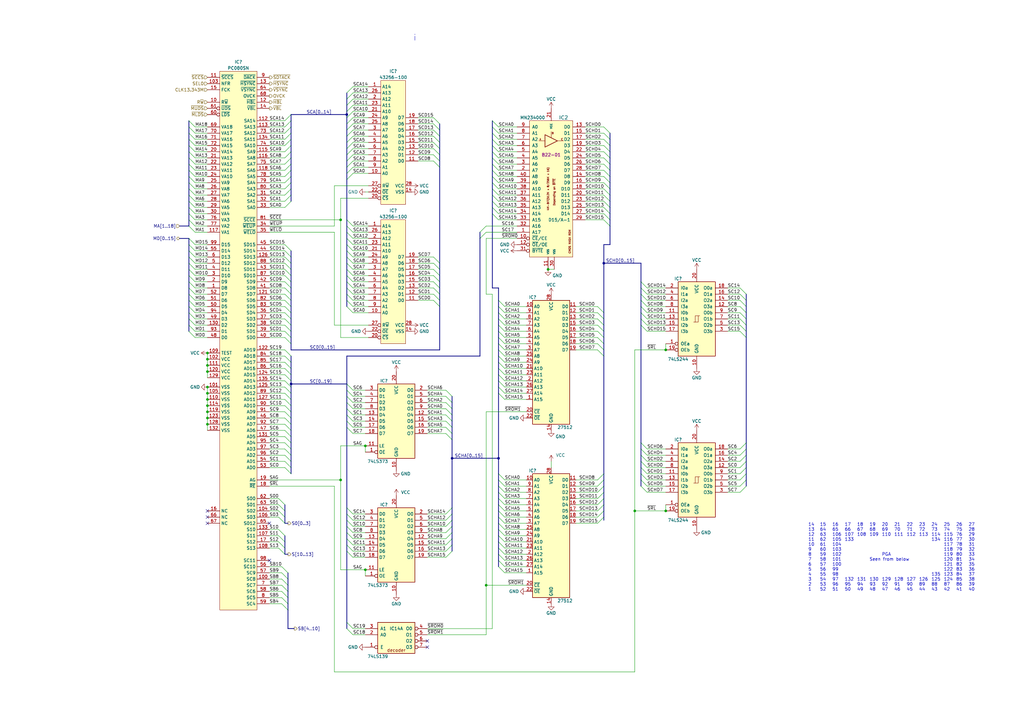
<source format=kicad_sch>
(kicad_sch (version 20230121) (generator eeschema)
  (paper "A3")
  (title_block (title "Rainbow Islands Extra") (date "2023-06-13") (company "Taito K1100319A") (comment 1 "Ulf Skutnabba, twitter: @skutis77"))
  (junction (at 149.86 182.88))
  (junction (at 85.09 166.37))
  (junction (at 139.7 90.17))
  (junction (at 224.79 110.49))
  (junction (at 185.42 187.96))
  (junction (at 149.86 233.68))
  (junction (at 85.09 147.32))
  (junction (at 85.09 152.4))
  (junction (at 139.7 196.85))
  (junction (at 260.35 209.55))
  (junction (at 85.09 158.75))
  (junction (at 85.09 171.45))
  (junction (at 273.05 209.55))
  (junction (at 85.09 149.86))
  (junction (at 204.47 187.96))
  (junction (at 273.05 143.51))
  (junction (at 85.09 163.83))
  (junction (at 85.09 168.91))
  (junction (at 199.39 240.03))
  (junction (at 85.09 161.29))
  (junction (at 247.65 107.95))
  (junction (at 119.38 157.48))
  (junction (at 142.24 46.99))
  (junction (at 85.09 173.99))
  (junction (at 85.09 144.78))
  (no_connect (at 175.26 265.43))
  (no_connect (at 85.09 214.63))
  (no_connect (at 85.09 209.55))
  (no_connect (at 110.49 214.63))
  (no_connect (at 110.49 229.87))
  (no_connect (at 85.09 212.09))
  (no_connect (at 175.26 262.89))
  (bus_entry (at 245.11 133.35) (size 2.54 2.54))
  (bus_entry (at 142.24 90.17) (size 2.54 2.54))
  (bus_entry (at 114.3 219.71) (size 2.54 2.54))
  (bus_entry (at 204.47 207.01) (size 2.54 2.54))
  (bus_entry (at 142.24 120.65) (size 2.54 2.54))
  (bus_entry (at 201.93 62.23) (size 2.54 2.54))
  (bus_entry (at 142.24 157.48) (size 2.54 2.54))
  (bus_entry (at 116.84 191.77) (size 2.54 2.54))
  (bus_entry (at 116.84 148.59) (size 2.54 2.54))
  (bus_entry (at 303.53 191.77) (size 2.54 -2.54))
  (bus_entry (at 303.53 199.39) (size 2.54 -2.54))
  (bus_entry (at 201.93 49.53) (size 2.54 2.54))
  (bus_entry (at 77.47 102.87) (size 2.54 2.54))
  (bus_entry (at 245.11 199.39) (size 2.54 -2.54))
  (bus_entry (at 262.89 133.35) (size 2.54 2.54))
  (bus_entry (at 204.47 194.31) (size 2.54 2.54))
  (bus_entry (at 262.89 123.19) (size 2.54 2.54))
  (bus_entry (at 116.84 85.09) (size 2.54 -2.54))
  (bus_entry (at 303.53 196.85) (size 2.54 -2.54))
  (bus_entry (at 177.8 53.34) (size 2.54 2.54))
  (bus_entry (at 204.47 135.89) (size 2.54 2.54))
  (bus_entry (at 142.24 55.88) (size 2.54 -2.54))
  (bus_entry (at 247.65 72.39) (size 2.54 2.54))
  (bus_entry (at 77.47 128.27) (size 2.54 2.54))
  (bus_entry (at 245.11 140.97) (size 2.54 2.54))
  (bus_entry (at 142.24 100.33) (size 2.54 2.54))
  (bus_entry (at 247.65 77.47) (size 2.54 2.54))
  (bus_entry (at 116.84 156.21) (size 2.54 2.54))
  (bus_entry (at 142.24 38.1) (size 2.54 -2.54))
  (bus_entry (at 142.24 63.5) (size 2.54 -2.54))
  (bus_entry (at 116.84 130.81) (size 2.54 2.54))
  (bus_entry (at 177.8 123.19) (size 2.54 2.54))
  (bus_entry (at 204.47 229.87) (size 2.54 2.54))
  (bus_entry (at 142.24 50.8) (size 2.54 -2.54))
  (bus_entry (at 142.24 170.18) (size 2.54 2.54))
  (bus_entry (at 182.88 177.8) (size 2.54 2.54))
  (bus_entry (at 262.89 125.73) (size 2.54 2.54))
  (bus_entry (at 116.84 163.83) (size 2.54 2.54))
  (bus_entry (at 116.84 52.07) (size 2.54 -2.54))
  (bus_entry (at 116.84 49.53) (size 2.54 -2.54))
  (bus_entry (at 114.3 222.25) (size 2.54 2.54))
  (bus_entry (at 247.65 62.23) (size 2.54 2.54))
  (bus_entry (at 116.84 74.93) (size 2.54 -2.54))
  (bus_entry (at 116.84 153.67) (size 2.54 2.54))
  (bus_entry (at 262.89 191.77) (size 2.54 2.54))
  (bus_entry (at 196.85 97.79) (size 2.54 -2.54))
  (bus_entry (at 77.47 130.81) (size 2.54 2.54))
  (bus_entry (at 116.84 146.05) (size 2.54 2.54))
  (bus_entry (at 204.47 196.85) (size 2.54 2.54))
  (bus_entry (at 77.47 90.17) (size 2.54 2.54))
  (bus_entry (at 77.47 115.57) (size 2.54 2.54))
  (bus_entry (at 177.8 50.8) (size 2.54 2.54))
  (bus_entry (at 142.24 172.72) (size 2.54 2.54))
  (bus_entry (at 115.57 232.41) (size 2.54 2.54))
  (bus_entry (at 77.47 49.53) (size 2.54 2.54))
  (bus_entry (at 77.47 92.71) (size 2.54 2.54))
  (bus_entry (at 77.47 82.55) (size 2.54 2.54))
  (bus_entry (at 303.53 125.73) (size 2.54 2.54))
  (bus_entry (at 204.47 153.67) (size 2.54 2.54))
  (bus_entry (at 142.24 68.58) (size 2.54 -2.54))
  (bus_entry (at 201.93 80.01) (size 2.54 2.54))
  (bus_entry (at 204.47 148.59) (size 2.54 2.54))
  (bus_entry (at 177.8 60.96) (size 2.54 2.54))
  (bus_entry (at 77.47 80.01) (size 2.54 2.54))
  (bus_entry (at 182.88 223.52) (size 2.54 -2.54))
  (bus_entry (at 142.24 48.26) (size 2.54 -2.54))
  (bus_entry (at 247.65 87.63) (size 2.54 2.54))
  (bus_entry (at 114.3 217.17) (size 2.54 2.54))
  (bus_entry (at 77.47 67.31) (size 2.54 2.54))
  (bus_entry (at 201.93 64.77) (size 2.54 2.54))
  (bus_entry (at 116.84 173.99) (size 2.54 2.54))
  (bus_entry (at 262.89 184.15) (size 2.54 2.54))
  (bus_entry (at 204.47 140.97) (size 2.54 2.54))
  (bus_entry (at 142.24 97.79) (size 2.54 2.54))
  (bus_entry (at 142.24 92.71) (size 2.54 2.54))
  (bus_entry (at 201.93 82.55) (size 2.54 2.54))
  (bus_entry (at 204.47 133.35) (size 2.54 2.54))
  (bus_entry (at 245.11 135.89) (size 2.54 2.54))
  (bus_entry (at 142.24 208.28) (size 2.54 2.54))
  (bus_entry (at 201.93 87.63) (size 2.54 2.54))
  (bus_entry (at 142.24 43.18) (size 2.54 -2.54))
  (bus_entry (at 116.84 113.03) (size 2.54 2.54))
  (bus_entry (at 142.24 125.73) (size 2.54 2.54))
  (bus_entry (at 142.24 215.9) (size 2.54 2.54))
  (bus_entry (at 201.93 72.39) (size 2.54 2.54))
  (bus_entry (at 204.47 219.71) (size 2.54 2.54))
  (bus_entry (at 201.93 74.93) (size 2.54 2.54))
  (bus_entry (at 303.53 186.69) (size 2.54 -2.54))
  (bus_entry (at 77.47 105.41) (size 2.54 2.54))
  (bus_entry (at 247.65 57.15) (size 2.54 2.54))
  (bus_entry (at 247.65 54.61) (size 2.54 2.54))
  (bus_entry (at 116.84 82.55) (size 2.54 -2.54))
  (bus_entry (at 77.47 120.65) (size 2.54 2.54))
  (bus_entry (at 77.47 87.63) (size 2.54 2.54))
  (bus_entry (at 116.84 110.49) (size 2.54 2.54))
  (bus_entry (at 77.47 125.73) (size 2.54 2.54))
  (bus_entry (at 77.47 123.19) (size 2.54 2.54))
  (bus_entry (at 177.8 107.95) (size 2.54 2.54))
  (bus_entry (at 245.11 201.93) (size 2.54 -2.54))
  (bus_entry (at 142.24 123.19) (size 2.54 2.54))
  (bus_entry (at 182.88 175.26) (size 2.54 2.54))
  (bus_entry (at 116.84 176.53) (size 2.54 2.54))
  (bus_entry (at 247.65 69.85) (size 2.54 2.54))
  (bus_entry (at 116.84 57.15) (size 2.54 -2.54))
  (bus_entry (at 204.47 227.33) (size 2.54 2.54))
  (bus_entry (at 303.53 189.23) (size 2.54 -2.54))
  (bus_entry (at 247.65 80.01) (size 2.54 2.54))
  (bus_entry (at 116.84 69.85) (size 2.54 -2.54))
  (bus_entry (at 182.88 160.02) (size 2.54 2.54))
  (bus_entry (at 116.84 161.29) (size 2.54 2.54))
  (bus_entry (at 303.53 133.35) (size 2.54 2.54))
  (bus_entry (at 142.24 113.03) (size 2.54 2.54))
  (bus_entry (at 116.84 143.51) (size 2.54 2.54))
  (bus_entry (at 201.93 85.09) (size 2.54 2.54))
  (bus_entry (at 142.24 257.81) (size 2.54 2.54))
  (bus_entry (at 204.47 123.19) (size 2.54 2.54))
  (bus_entry (at 177.8 105.41) (size 2.54 2.54))
  (bus_entry (at 116.84 151.13) (size 2.54 2.54))
  (bus_entry (at 196.85 95.25) (size 2.54 -2.54))
  (bus_entry (at 77.47 135.89) (size 2.54 2.54))
  (bus_entry (at 204.47 143.51) (size 2.54 2.54))
  (bus_entry (at 245.11 143.51) (size 2.54 2.54))
  (bus_entry (at 182.88 170.18) (size 2.54 2.54))
  (bus_entry (at 116.84 72.39) (size 2.54 -2.54))
  (bus_entry (at 177.8 63.5) (size 2.54 2.54))
  (bus_entry (at 303.53 128.27) (size 2.54 2.54))
  (bus_entry (at 116.84 54.61) (size 2.54 -2.54))
  (bus_entry (at 177.8 120.65) (size 2.54 2.54))
  (bus_entry (at 201.93 52.07) (size 2.54 2.54))
  (bus_entry (at 262.89 128.27) (size 2.54 2.54))
  (bus_entry (at 204.47 128.27) (size 2.54 2.54))
  (bus_entry (at 116.84 118.11) (size 2.54 2.54))
  (bus_entry (at 177.8 113.03) (size 2.54 2.54))
  (bus_entry (at 262.89 199.39) (size 2.54 2.54))
  (bus_entry (at 77.47 77.47) (size 2.54 2.54))
  (bus_entry (at 77.47 52.07) (size 2.54 2.54))
  (bus_entry (at 182.88 228.6) (size 2.54 -2.54))
  (bus_entry (at 247.65 74.93) (size 2.54 2.54))
  (bus_entry (at 115.57 240.03) (size 2.54 2.54))
  (bus_entry (at 247.65 90.17) (size 2.54 2.54))
  (bus_entry (at 116.84 135.89) (size 2.54 2.54))
  (bus_entry (at 77.47 110.49) (size 2.54 2.54))
  (bus_entry (at 142.24 162.56) (size 2.54 2.54))
  (bus_entry (at 116.84 125.73) (size 2.54 2.54))
  (bus_entry (at 262.89 120.65) (size 2.54 2.54))
  (bus_entry (at 114.3 207.01) (size 2.54 2.54))
  (bus_entry (at 115.57 237.49) (size 2.54 2.54))
  (bus_entry (at 114.3 209.55) (size 2.54 2.54))
  (bus_entry (at 247.65 85.09) (size 2.54 2.54))
  (bus_entry (at 177.8 55.88) (size 2.54 2.54))
  (bus_entry (at 204.47 156.21) (size 2.54 2.54))
  (bus_entry (at 142.24 71.12) (size 2.54 -2.54))
  (bus_entry (at 262.89 186.69) (size 2.54 2.54))
  (bus_entry (at 77.47 54.61) (size 2.54 2.54))
  (bus_entry (at 204.47 209.55) (size 2.54 2.54))
  (bus_entry (at 116.84 102.87) (size 2.54 2.54))
  (bus_entry (at 142.24 58.42) (size 2.54 -2.54))
  (bus_entry (at 116.84 115.57) (size 2.54 2.54))
  (bus_entry (at 116.84 168.91) (size 2.54 2.54))
  (bus_entry (at 142.24 102.87) (size 2.54 2.54))
  (bus_entry (at 204.47 158.75) (size 2.54 2.54))
  (bus_entry (at 142.24 107.95) (size 2.54 2.54))
  (bus_entry (at 77.47 118.11) (size 2.54 2.54))
  (bus_entry (at 114.3 212.09) (size 2.54 2.54))
  (bus_entry (at 177.8 48.26) (size 2.54 2.54))
  (bus_entry (at 201.93 54.61) (size 2.54 2.54))
  (bus_entry (at 142.24 167.64) (size 2.54 2.54))
  (bus_entry (at 77.47 100.33) (size 2.54 2.54))
  (bus_entry (at 204.47 125.73) (size 2.54 2.54))
  (bus_entry (at 77.47 85.09) (size 2.54 2.54))
  (bus_entry (at 116.84 186.69) (size 2.54 2.54))
  (bus_entry (at 142.24 226.06) (size 2.54 2.54))
  (bus_entry (at 77.47 72.39) (size 2.54 2.54))
  (bus_entry (at 204.47 222.25) (size 2.54 2.54))
  (bus_entry (at 245.11 130.81) (size 2.54 2.54))
  (bus_entry (at 204.47 146.05) (size 2.54 2.54))
  (bus_entry (at 115.57 242.57) (size 2.54 2.54))
  (bus_entry (at 245.11 125.73) (size 2.54 2.54))
  (bus_entry (at 245.11 128.27) (size 2.54 2.54))
  (bus_entry (at 245.11 204.47) (size 2.54 -2.54))
  (bus_entry (at 262.89 118.11) (size 2.54 2.54))
  (bus_entry (at 77.47 107.95) (size 2.54 2.54))
  (bus_entry (at 142.24 210.82) (size 2.54 2.54))
  (bus_entry (at 204.47 161.29) (size 2.54 2.54))
  (bus_entry (at 262.89 196.85) (size 2.54 2.54))
  (bus_entry (at 116.84 138.43) (size 2.54 2.54))
  (bus_entry (at 77.47 62.23) (size 2.54 2.54))
  (bus_entry (at 115.57 245.11) (size 2.54 2.54))
  (bus_entry (at 142.24 60.96) (size 2.54 -2.54))
  (bus_entry (at 142.24 218.44) (size 2.54 2.54))
  (bus_entry (at 201.93 59.69) (size 2.54 2.54))
  (bus_entry (at 177.8 58.42) (size 2.54 2.54))
  (bus_entry (at 116.84 133.35) (size 2.54 2.54))
  (bus_entry (at 303.53 118.11) (size 2.54 2.54))
  (bus_entry (at 182.88 165.1) (size 2.54 2.54))
  (bus_entry (at 116.84 189.23) (size 2.54 2.54))
  (bus_entry (at 247.65 67.31) (size 2.54 2.54))
  (bus_entry (at 142.24 220.98) (size 2.54 2.54))
  (bus_entry (at 204.47 201.93) (size 2.54 2.54))
  (bus_entry (at 77.47 59.69) (size 2.54 2.54))
  (bus_entry (at 116.84 181.61) (size 2.54 2.54))
  (bus_entry (at 182.88 226.06) (size 2.54 -2.54))
  (bus_entry (at 116.84 59.69) (size 2.54 -2.54))
  (bus_entry (at 142.24 45.72) (size 2.54 -2.54))
  (bus_entry (at 116.84 67.31) (size 2.54 -2.54))
  (bus_entry (at 116.84 100.33) (size 2.54 2.54))
  (bus_entry (at 77.47 97.79) (size 2.54 2.54))
  (bus_entry (at 77.47 57.15) (size 2.54 2.54))
  (bus_entry (at 116.84 128.27) (size 2.54 2.54))
  (bus_entry (at 204.47 232.41) (size 2.54 2.54))
  (bus_entry (at 142.24 118.11) (size 2.54 2.54))
  (bus_entry (at 142.24 115.57) (size 2.54 2.54))
  (bus_entry (at 303.53 184.15) (size 2.54 -2.54))
  (bus_entry (at 116.84 171.45) (size 2.54 2.54))
  (bus_entry (at 77.47 113.03) (size 2.54 2.54))
  (bus_entry (at 303.53 130.81) (size 2.54 2.54))
  (bus_entry (at 245.11 209.55) (size 2.54 -2.54))
  (bus_entry (at 182.88 210.82) (size 2.54 -2.54))
  (bus_entry (at 177.8 118.11) (size 2.54 2.54))
  (bus_entry (at 116.84 184.15) (size 2.54 2.54))
  (bus_entry (at 182.88 220.98) (size 2.54 -2.54))
  (bus_entry (at 204.47 138.43) (size 2.54 2.54))
  (bus_entry (at 204.47 199.39) (size 2.54 2.54))
  (bus_entry (at 116.84 179.07) (size 2.54 2.54))
  (bus_entry (at 204.47 151.13) (size 2.54 2.54))
  (bus_entry (at 303.53 120.65) (size 2.54 2.54))
  (bus_entry (at 116.84 120.65) (size 2.54 2.54))
  (bus_entry (at 247.65 59.69) (size 2.54 2.54))
  (bus_entry (at 247.65 82.55) (size 2.54 2.54))
  (bus_entry (at 262.89 189.23) (size 2.54 2.54))
  (bus_entry (at 182.88 162.56) (size 2.54 2.54))
  (bus_entry (at 142.24 40.64) (size 2.54 -2.54))
  (bus_entry (at 204.47 130.81) (size 2.54 2.54))
  (bus_entry (at 303.53 123.19) (size 2.54 2.54))
  (bus_entry (at 177.8 115.57) (size 2.54 2.54))
  (bus_entry (at 247.65 64.77) (size 2.54 2.54))
  (bus_entry (at 204.47 224.79) (size 2.54 2.54))
  (bus_entry (at 116.84 77.47) (size 2.54 -2.54))
  (bus_entry (at 182.88 167.64) (size 2.54 2.54))
  (bus_entry (at 245.11 207.01) (size 2.54 -2.54))
  (bus_entry (at 177.8 66.04) (size 2.54 2.54))
  (bus_entry (at 142.24 255.27) (size 2.54 2.54))
  (bus_entry (at 245.11 138.43) (size 2.54 2.54))
  (bus_entry (at 177.8 110.49) (size 2.54 2.54))
  (bus_entry (at 142.24 165.1) (size 2.54 2.54))
  (bus_entry (at 116.84 80.01) (size 2.54 -2.54))
  (bus_entry (at 247.65 52.07) (size 2.54 2.54))
  (bus_entry (at 245.11 212.09) (size 2.54 -2.54))
  (bus_entry (at 115.57 247.65) (size 2.54 2.54))
  (bus_entry (at 142.24 223.52) (size 2.54 2.54))
  (bus_entry (at 116.84 123.19) (size 2.54 2.54))
  (bus_entry (at 245.11 196.85) (size 2.54 -2.54))
  (bus_entry (at 204.47 214.63) (size 2.54 2.54))
  (bus_entry (at 77.47 64.77) (size 2.54 2.54))
  (bus_entry (at 182.88 215.9) (size 2.54 -2.54))
  (bus_entry (at 262.89 181.61) (size 2.54 2.54))
  (bus_entry (at 142.24 53.34) (size 2.54 -2.54))
  (bus_entry (at 182.88 172.72) (size 2.54 2.54))
  (bus_entry (at 77.47 74.93) (size 2.54 2.54))
  (bus_entry (at 77.47 133.35) (size 2.54 2.54))
  (bus_entry (at 116.84 64.77) (size 2.54 -2.54))
  (bus_entry (at 204.47 212.09) (size 2.54 2.54))
  (bus_entry (at 142.24 66.04) (size 2.54 -2.54))
  (bus_entry (at 116.84 107.95) (size 2.54 2.54))
  (bus_entry (at 114.3 204.47) (size 2.54 2.54))
  (bus_entry (at 114.3 224.79) (size 2.54 2.54))
  (bus_entry (at 201.93 67.31) (size 2.54 2.54))
  (bus_entry (at 142.24 213.36) (size 2.54 2.54))
  (bus_entry (at 201.93 77.47) (size 2.54 2.54))
  (bus_entry (at 142.24 105.41) (size 2.54 2.54))
  (bus_entry (at 142.24 175.26) (size 2.54 2.54))
  (bus_entry (at 201.93 69.85) (size 2.54 2.54))
  (bus_entry (at 142.24 160.02) (size 2.54 2.54))
  (bus_entry (at 77.47 69.85) (size 2.54 2.54))
  (bus_entry (at 245.11 214.63) (size 2.54 -2.54))
  (bus_entry (at 116.84 166.37) (size 2.54 2.54))
  (bus_entry (at 142.24 73.66) (size 2.54 -2.54))
  (bus_entry (at 142.24 95.25) (size 2.54 2.54))
  (bus_entry (at 204.47 217.17) (size 2.54 2.54))
  (bus_entry (at 262.89 130.81) (size 2.54 2.54))
  (bus_entry (at 303.53 135.89) (size 2.54 2.54))
  (bus_entry (at 116.84 158.75) (size 2.54 2.54))
  (bus_entry (at 262.89 115.57) (size 2.54 2.54))
  (bus_entry (at 182.88 218.44) (size 2.54 -2.54))
  (bus_entry (at 303.53 194.31) (size 2.54 -2.54))
  (bus_entry (at 116.84 62.23) (size 2.54 -2.54))
  (bus_entry (at 116.84 105.41) (size 2.54 2.54))
  (bus_entry (at 262.89 194.31) (size 2.54 2.54))
  (bus_entry (at 182.88 213.36) (size 2.54 -2.54))
  (bus_entry (at 303.53 201.93) (size 2.54 -2.54))
  (bus_entry (at 142.24 110.49) (size 2.54 2.54))
  (bus_entry (at 204.47 204.47) (size 2.54 2.54))
  (bus_entry (at 201.93 57.15) (size 2.54 2.54))
  (bus_entry (at 115.57 234.95) (size 2.54 2.54))
  (bus (pts (xy 77.47 133.35) (xy 77.47 135.89)))
  (bus (pts (xy 119.38 120.65) (xy 119.38 123.19)))
  (bus (pts (xy 247.65 135.89) (xy 247.65 138.43)))
  (wire (pts (xy 110.49 57.15) (xy 116.84 57.15)))
  (wire (pts (xy 139.7 233.68) (xy 139.7 196.85)))
  (wire (pts (xy 273.05 140.97) (xy 273.05 143.51)))
  (wire (pts (xy 110.49 151.13) (xy 116.84 151.13)))
  (bus (pts (xy 306.07 191.77) (xy 306.07 194.31)))
  (wire (pts (xy 144.78 95.25) (xy 151.13 95.25)))
  (bus (pts (xy 119.38 128.27) (xy 119.38 130.81)))
  (wire (pts (xy 144.78 210.82) (xy 149.86 210.82)))
  (bus (pts (xy 185.42 162.56) (xy 185.42 165.1)))
  (bus (pts (xy 180.34 125.73) (xy 180.34 143.51)))
  (wire (pts (xy 260.35 143.51) (xy 260.35 209.55)))
  (wire (pts (xy 144.78 43.18) (xy 151.13 43.18)))
  (wire (pts (xy 298.45 118.11) (xy 303.53 118.11)))
  (bus (pts (xy 142.24 102.87) (xy 142.24 105.41)))
  (wire (pts (xy 110.49 158.75) (xy 116.84 158.75)))
  (wire (pts (xy 298.45 133.35) (xy 303.53 133.35)))
  (wire (pts (xy 144.78 48.26) (xy 151.13 48.26)))
  (bus (pts (xy 119.38 135.89) (xy 119.38 138.43)))
  (bus (pts (xy 77.47 54.61) (xy 77.47 57.15)))
  (bus (pts (xy 73.66 92.71) (xy 77.47 92.71)))
  (wire (pts (xy 207.01 229.87) (xy 215.9 229.87)))
  (wire (pts (xy 204.47 62.23) (xy 212.09 62.23)))
  (bus (pts (xy 306.07 128.27) (xy 306.07 130.81)))
  (wire (pts (xy 110.49 82.55) (xy 116.84 82.55)))
  (bus (pts (xy 204.47 209.55) (xy 204.47 212.09)))
  (bus (pts (xy 119.38 110.49) (xy 119.38 113.03)))
  (bus (pts (xy 180.34 53.34) (xy 180.34 55.88)))
  (wire (pts (xy 298.45 125.73) (xy 303.53 125.73)))
  (bus (pts (xy 201.93 59.69) (xy 201.93 62.23)))
  (wire (pts (xy 207.01 140.97) (xy 215.9 140.97)))
  (bus (pts (xy 119.38 74.93) (xy 119.38 72.39)))
  (bus (pts (xy 262.89 196.85) (xy 262.89 199.39)))
  (bus (pts (xy 119.38 143.51) (xy 180.34 143.51)))
  (wire (pts (xy 80.01 118.11) (xy 85.09 118.11)))
  (bus (pts (xy 119.38 173.99) (xy 119.38 176.53)))
  (wire (pts (xy 144.78 215.9) (xy 149.86 215.9)))
  (wire (pts (xy 265.43 201.93) (xy 273.05 201.93)))
  (bus (pts (xy 185.42 187.96) (xy 204.47 187.96)))
  (bus (pts (xy 142.24 123.19) (xy 142.24 125.73)))
  (bus (pts (xy 250.19 64.77) (xy 250.19 67.31)))
  (wire (pts (xy 144.78 45.72) (xy 151.13 45.72)))
  (bus (pts (xy 201.93 57.15) (xy 201.93 59.69)))
  (wire (pts (xy 199.39 92.71) (xy 212.09 92.71)))
  (bus (pts (xy 201.93 74.93) (xy 201.93 77.47)))
  (wire (pts (xy 80.01 87.63) (xy 85.09 87.63)))
  (bus (pts (xy 204.47 222.25) (xy 204.47 224.79)))
  (bus (pts (xy 73.66 97.79) (xy 77.47 97.79)))
  (bus (pts (xy 77.47 102.87) (xy 77.47 105.41)))
  (wire (pts (xy 204.47 85.09) (xy 212.09 85.09)))
  (bus (pts (xy 77.47 100.33) (xy 77.47 102.87)))
  (bus (pts (xy 204.47 212.09) (xy 204.47 214.63)))
  (wire (pts (xy 207.01 161.29) (xy 215.9 161.29)))
  (wire (pts (xy 110.49 207.01) (xy 114.3 207.01)))
  (bus (pts (xy 196.85 95.25) (xy 196.85 97.79)))
  (wire (pts (xy 139.7 81.28) (xy 151.13 81.28)))
  (wire (pts (xy 110.49 120.65) (xy 116.84 120.65)))
  (bus (pts (xy 204.47 207.01) (xy 204.47 209.55)))
  (bus (pts (xy 262.89 181.61) (xy 262.89 133.35)))
  (wire (pts (xy 144.78 165.1) (xy 149.86 165.1)))
  (wire (pts (xy 298.45 184.15) (xy 303.53 184.15)))
  (wire (pts (xy 110.49 189.23) (xy 116.84 189.23)))
  (bus (pts (xy 119.38 176.53) (xy 119.38 179.07)))
  (wire (pts (xy 207.01 207.01) (xy 215.9 207.01)))
  (wire (pts (xy 144.78 257.81) (xy 149.86 257.81)))
  (bus (pts (xy 185.42 215.9) (xy 185.42 218.44)))
  (bus (pts (xy 306.07 123.19) (xy 306.07 125.73)))
  (bus (pts (xy 247.65 199.39) (xy 247.65 201.93)))
  (wire (pts (xy 144.78 115.57) (xy 151.13 115.57)))
  (wire (pts (xy 199.39 260.35) (xy 199.39 240.03)))
  (bus (pts (xy 180.34 66.04) (xy 180.34 68.58)))
  (wire (pts (xy 144.78 113.03) (xy 151.13 113.03)))
  (wire (pts (xy 207.01 138.43) (xy 215.9 138.43)))
  (wire (pts (xy 207.01 227.33) (xy 215.9 227.33)))
  (bus (pts (xy 185.42 167.64) (xy 185.42 170.18)))
  (wire (pts (xy 80.01 92.71) (xy 85.09 92.71)))
  (bus (pts (xy 247.65 143.51) (xy 247.65 146.05)))
  (wire (pts (xy 110.49 181.61) (xy 116.84 181.61)))
  (bus (pts (xy 180.34 60.96) (xy 180.34 63.5)))
  (wire (pts (xy 207.01 224.79) (xy 215.9 224.79)))
  (bus (pts (xy 201.93 69.85) (xy 201.93 72.39)))
  (wire (pts (xy 144.78 110.49) (xy 151.13 110.49)))
  (wire (pts (xy 110.49 240.03) (xy 115.57 240.03)))
  (wire (pts (xy 144.78 100.33) (xy 151.13 100.33)))
  (bus (pts (xy 77.47 69.85) (xy 77.47 72.39)))
  (bus (pts (xy 262.89 123.19) (xy 262.89 125.73)))
  (bus (pts (xy 142.24 118.11) (xy 142.24 120.65)))
  (wire (pts (xy 144.78 38.1) (xy 151.13 38.1)))
  (wire (pts (xy 110.49 69.85) (xy 116.84 69.85)))
  (bus (pts (xy 118.11 242.57) (xy 118.11 245.11)))
  (wire (pts (xy 144.78 177.8) (xy 149.86 177.8)))
  (bus (pts (xy 262.89 115.57) (xy 262.89 118.11)))
  (wire (pts (xy 85.09 166.37) (xy 85.09 168.91)))
  (wire (pts (xy 175.26 257.81) (xy 201.93 257.81)))
  (bus (pts (xy 204.47 123.19) (xy 204.47 118.11)))
  (bus (pts (xy 142.24 71.12) (xy 142.24 73.66)))
  (bus (pts (xy 77.47 87.63) (xy 77.47 90.17)))
  (bus (pts (xy 142.24 58.42) (xy 142.24 60.96)))
  (wire (pts (xy 204.47 67.31) (xy 212.09 67.31)))
  (bus (pts (xy 180.34 68.58) (xy 180.34 107.95)))
  (bus (pts (xy 185.42 170.18) (xy 185.42 172.72)))
  (wire (pts (xy 175.26 260.35) (xy 199.39 260.35)))
  (bus (pts (xy 77.47 110.49) (xy 77.47 113.03)))
  (wire (pts (xy 110.49 85.09) (xy 116.84 85.09)))
  (wire (pts (xy 144.78 128.27) (xy 151.13 128.27)))
  (bus (pts (xy 204.47 161.29) (xy 204.47 158.75)))
  (bus (pts (xy 77.47 115.57) (xy 77.47 118.11)))
  (bus (pts (xy 306.07 189.23) (xy 306.07 191.77)))
  (wire (pts (xy 207.01 125.73) (xy 215.9 125.73)))
  (bus (pts (xy 204.47 199.39) (xy 204.47 201.93)))
  (wire (pts (xy 110.49 217.17) (xy 114.3 217.17)))
  (wire (pts (xy 110.49 90.17) (xy 139.7 90.17)))
  (bus (pts (xy 180.34 113.03) (xy 180.34 115.57)))
  (bus (pts (xy 250.19 59.69) (xy 250.19 62.23)))
  (wire (pts (xy 236.22 212.09) (xy 245.11 212.09)))
  (bus (pts (xy 77.47 120.65) (xy 77.47 123.19)))
  (wire (pts (xy 151.13 133.35) (xy 137.16 133.35)))
  (bus (pts (xy 118.11 245.11) (xy 118.11 247.65)))
  (bus (pts (xy 119.38 191.77) (xy 119.38 194.31)))
  (wire (pts (xy 149.86 233.68) (xy 139.7 233.68)))
  (bus (pts (xy 247.65 128.27) (xy 247.65 130.81)))
  (wire (pts (xy 265.43 186.69) (xy 273.05 186.69)))
  (wire (pts (xy 110.49 123.19) (xy 116.84 123.19)))
  (bus (pts (xy 116.84 214.63) (xy 118.11 214.63)))
  (bus (pts (xy 262.89 184.15) (xy 262.89 186.69)))
  (wire (pts (xy 236.22 201.93) (xy 245.11 201.93)))
  (wire (pts (xy 144.78 175.26) (xy 149.86 175.26)))
  (wire (pts (xy 273.05 207.01) (xy 273.05 209.55)))
  (wire (pts (xy 144.78 71.12) (xy 151.13 71.12)))
  (bus (pts (xy 119.38 69.85) (xy 119.38 67.31)))
  (wire (pts (xy 175.26 226.06) (xy 182.88 226.06)))
  (bus (pts (xy 262.89 120.65) (xy 262.89 123.19)))
  (bus (pts (xy 142.24 53.34) (xy 142.24 55.88)))
  (wire (pts (xy 298.45 120.65) (xy 303.53 120.65)))
  (wire (pts (xy 171.45 118.11) (xy 177.8 118.11)))
  (wire (pts (xy 144.78 105.41) (xy 151.13 105.41)))
  (wire (pts (xy 240.03 67.31) (xy 247.65 67.31)))
  (wire (pts (xy 265.43 191.77) (xy 273.05 191.77)))
  (wire (pts (xy 85.09 152.4) (xy 85.09 154.94)))
  (wire (pts (xy 110.49 49.53) (xy 116.84 49.53)))
  (bus (pts (xy 185.42 165.1) (xy 185.42 167.64)))
  (bus (pts (xy 77.47 82.55) (xy 77.47 85.09)))
  (bus (pts (xy 204.47 143.51) (xy 204.47 146.05)))
  (wire (pts (xy 110.49 128.27) (xy 116.84 128.27)))
  (wire (pts (xy 110.49 224.79) (xy 114.3 224.79)))
  (wire (pts (xy 144.78 123.19) (xy 151.13 123.19)))
  (wire (pts (xy 298.45 186.69) (xy 303.53 186.69)))
  (wire (pts (xy 175.26 215.9) (xy 182.88 215.9)))
  (wire (pts (xy 110.49 219.71) (xy 114.3 219.71)))
  (wire (pts (xy 137.16 76.2) (xy 151.13 76.2)))
  (bus (pts (xy 247.65 133.35) (xy 247.65 135.89)))
  (wire (pts (xy 240.03 85.09) (xy 247.65 85.09)))
  (bus (pts (xy 77.47 52.07) (xy 77.47 54.61)))
  (bus (pts (xy 142.24 107.95) (xy 142.24 110.49)))
  (wire (pts (xy 144.78 53.34) (xy 151.13 53.34)))
  (bus (pts (xy 119.38 153.67) (xy 119.38 156.21)))
  (wire (pts (xy 110.49 64.77) (xy 116.84 64.77)))
  (wire (pts (xy 85.09 163.83) (xy 85.09 166.37)))
  (bus (pts (xy 116.84 209.55) (xy 116.84 212.09)))
  (wire (pts (xy 85.09 147.32) (xy 85.09 149.86)))
  (bus (pts (xy 250.19 67.31) (xy 250.19 69.85)))
  (wire (pts (xy 80.01 100.33) (xy 85.09 100.33)))
  (wire (pts (xy 110.49 245.11) (xy 115.57 245.11)))
  (wire (pts (xy 137.16 199.39) (xy 137.16 275.59)))
  (bus (pts (xy 142.24 170.18) (xy 142.24 172.72)))
  (bus (pts (xy 142.24 175.26) (xy 142.24 208.28)))
  (bus (pts (xy 142.24 210.82) (xy 142.24 213.36)))
  (bus (pts (xy 119.38 168.91) (xy 119.38 171.45)))
  (bus (pts (xy 204.47 153.67) (xy 204.47 156.21)))
  (wire (pts (xy 236.22 196.85) (xy 245.11 196.85)))
  (bus (pts (xy 142.24 55.88) (xy 142.24 58.42)))
  (wire (pts (xy 204.47 80.01) (xy 212.09 80.01)))
  (bus (pts (xy 142.24 113.03) (xy 142.24 115.57)))
  (wire (pts (xy 207.01 222.25) (xy 215.9 222.25)))
  (wire (pts (xy 144.78 228.6) (xy 149.86 228.6)))
  (bus (pts (xy 119.38 158.75) (xy 119.38 161.29)))
  (bus (pts (xy 247.65 100.33) (xy 247.65 107.95)))
  (bus (pts (xy 119.38 184.15) (xy 119.38 186.69)))
  (wire (pts (xy 110.49 107.95) (xy 116.84 107.95)))
  (bus (pts (xy 204.47 146.05) (xy 204.47 148.59)))
  (bus (pts (xy 142.24 218.44) (xy 142.24 220.98)))
  (bus (pts (xy 119.38 105.41) (xy 119.38 107.95)))
  (wire (pts (xy 171.45 107.95) (xy 177.8 107.95)))
  (wire (pts (xy 204.47 54.61) (xy 212.09 54.61)))
  (bus (pts (xy 142.24 160.02) (xy 142.24 162.56)))
  (bus (pts (xy 180.34 118.11) (xy 180.34 120.65)))
  (bus (pts (xy 204.47 194.31) (xy 204.47 196.85)))
  (wire (pts (xy 207.01 209.55) (xy 215.9 209.55)))
  (bus (pts (xy 119.38 46.99) (xy 119.38 49.53)))
  (wire (pts (xy 110.49 143.51) (xy 116.84 143.51)))
  (bus (pts (xy 77.47 49.53) (xy 77.47 52.07)))
  (wire (pts (xy 199.39 120.65) (xy 199.39 97.79)))
  (wire (pts (xy 110.49 52.07) (xy 116.84 52.07)))
  (bus (pts (xy 180.34 115.57) (xy 180.34 118.11)))
  (wire (pts (xy 265.43 130.81) (xy 273.05 130.81)))
  (bus (pts (xy 185.42 177.8) (xy 185.42 180.34)))
  (wire (pts (xy 265.43 123.19) (xy 273.05 123.19)))
  (wire (pts (xy 80.01 133.35) (xy 85.09 133.35)))
  (wire (pts (xy 207.01 204.47) (xy 215.9 204.47)))
  (wire (pts (xy 236.22 199.39) (xy 245.11 199.39)))
  (wire (pts (xy 80.01 110.49) (xy 85.09 110.49)))
  (bus (pts (xy 119.38 161.29) (xy 119.38 163.83)))
  (bus (pts (xy 247.65 213.36) (xy 247.65 212.09)))
  (bus (pts (xy 119.38 181.61) (xy 119.38 184.15)))
  (wire (pts (xy 175.26 167.64) (xy 182.88 167.64)))
  (wire (pts (xy 110.49 232.41) (xy 115.57 232.41)))
  (wire (pts (xy 144.78 107.95) (xy 151.13 107.95)))
  (wire (pts (xy 240.03 57.15) (xy 247.65 57.15)))
  (bus (pts (xy 204.47 156.21) (xy 204.47 158.75)))
  (wire (pts (xy 171.45 50.8) (xy 177.8 50.8)))
  (wire (pts (xy 144.78 92.71) (xy 151.13 92.71)))
  (bus (pts (xy 119.38 186.69) (xy 119.38 189.23)))
  (bus (pts (xy 119.38 133.35) (xy 119.38 135.89)))
  (wire (pts (xy 80.01 69.85) (xy 85.09 69.85)))
  (bus (pts (xy 250.19 87.63) (xy 250.19 90.17)))
  (bus (pts (xy 119.38 125.73) (xy 119.38 128.27)))
  (wire (pts (xy 236.22 140.97) (xy 245.11 140.97)))
  (bus (pts (xy 142.24 162.56) (xy 142.24 165.1)))
  (bus (pts (xy 77.47 85.09) (xy 77.47 87.63)))
  (wire (pts (xy 80.01 138.43) (xy 85.09 138.43)))
  (wire (pts (xy 207.01 156.21) (xy 215.9 156.21)))
  (bus (pts (xy 119.38 166.37) (xy 119.38 168.91)))
  (wire (pts (xy 139.7 90.17) (xy 139.7 138.43)))
  (bus (pts (xy 142.24 46.99) (xy 142.24 48.26)))
  (wire (pts (xy 260.35 209.55) (xy 273.05 209.55)))
  (bus (pts (xy 77.47 74.93) (xy 77.47 77.47)))
  (wire (pts (xy 85.09 168.91) (xy 85.09 171.45)))
  (wire (pts (xy 139.7 90.17) (xy 139.7 81.28)))
  (wire (pts (xy 171.45 53.34) (xy 177.8 53.34)))
  (wire (pts (xy 144.78 97.79) (xy 151.13 97.79)))
  (bus (pts (xy 119.38 115.57) (xy 119.38 118.11)))
  (wire (pts (xy 171.45 66.04) (xy 177.8 66.04)))
  (bus (pts (xy 119.38 148.59) (xy 119.38 151.13)))
  (bus (pts (xy 116.84 212.09) (xy 116.84 214.63)))
  (wire (pts (xy 110.49 179.07) (xy 116.84 179.07)))
  (bus (pts (xy 306.07 194.31) (xy 306.07 196.85)))
  (wire (pts (xy 137.16 133.35) (xy 137.16 95.25)))
  (wire (pts (xy 144.78 172.72) (xy 149.86 172.72)))
  (bus (pts (xy 204.47 130.81) (xy 204.47 133.35)))
  (bus (pts (xy 180.34 55.88) (xy 180.34 58.42)))
  (wire (pts (xy 171.45 105.41) (xy 177.8 105.41)))
  (wire (pts (xy 144.78 220.98) (xy 149.86 220.98)))
  (bus (pts (xy 196.85 146.05) (xy 142.24 146.05)))
  (wire (pts (xy 137.16 92.71) (xy 137.16 76.2)))
  (bus (pts (xy 77.47 59.69) (xy 77.47 62.23)))
  (wire (pts (xy 240.03 64.77) (xy 247.65 64.77)))
  (wire (pts (xy 110.49 176.53) (xy 116.84 176.53)))
  (wire (pts (xy 110.49 161.29) (xy 116.84 161.29)))
  (wire (pts (xy 171.45 113.03) (xy 177.8 113.03)))
  (wire (pts (xy 265.43 128.27) (xy 273.05 128.27)))
  (bus (pts (xy 247.65 209.55) (xy 247.65 212.09)))
  (bus (pts (xy 262.89 181.61) (xy 262.89 184.15)))
  (bus (pts (xy 204.47 201.93) (xy 204.47 204.47)))
  (wire (pts (xy 207.01 214.63) (xy 215.9 214.63)))
  (wire (pts (xy 207.01 146.05) (xy 215.9 146.05)))
  (bus (pts (xy 142.24 226.06) (xy 142.24 255.27)))
  (bus (pts (xy 185.42 180.34) (xy 185.42 187.96)))
  (wire (pts (xy 110.49 196.85) (xy 139.7 196.85)))
  (wire (pts (xy 144.78 50.8) (xy 151.13 50.8)))
  (bus (pts (xy 247.65 140.97) (xy 247.65 143.51)))
  (wire (pts (xy 204.47 59.69) (xy 212.09 59.69)))
  (wire (pts (xy 80.01 54.61) (xy 85.09 54.61)))
  (wire (pts (xy 240.03 74.93) (xy 247.65 74.93)))
  (wire (pts (xy 80.01 52.07) (xy 85.09 52.07)))
  (wire (pts (xy 80.01 135.89) (xy 85.09 135.89)))
  (wire (pts (xy 85.09 171.45) (xy 85.09 173.99)))
  (wire (pts (xy 207.01 232.41) (xy 215.9 232.41)))
  (bus (pts (xy 201.93 80.01) (xy 201.93 82.55)))
  (wire (pts (xy 110.49 110.49) (xy 116.84 110.49)))
  (bus (pts (xy 118.11 240.03) (xy 118.11 242.57)))
  (wire (pts (xy 171.45 63.5) (xy 177.8 63.5)))
  (bus (pts (xy 204.47 219.71) (xy 204.47 222.25)))
  (wire (pts (xy 226.06 191.77) (xy 226.06 189.23)))
  (wire (pts (xy 201.93 120.65) (xy 199.39 120.65)))
  (bus (pts (xy 142.24 97.79) (xy 142.24 100.33)))
  (bus (pts (xy 119.38 179.07) (xy 119.38 181.61)))
  (wire (pts (xy 80.01 105.41) (xy 85.09 105.41)))
  (wire (pts (xy 144.78 40.64) (xy 151.13 40.64)))
  (wire (pts (xy 175.26 220.98) (xy 182.88 220.98)))
  (bus (pts (xy 185.42 223.52) (xy 185.42 226.06)))
  (wire (pts (xy 207.01 148.59) (xy 215.9 148.59)))
  (wire (pts (xy 144.78 66.04) (xy 151.13 66.04)))
  (bus (pts (xy 201.93 82.55) (xy 201.93 85.09)))
  (wire (pts (xy 80.01 59.69) (xy 85.09 59.69)))
  (bus (pts (xy 180.34 50.8) (xy 180.34 53.34)))
  (wire (pts (xy 298.45 201.93) (xy 303.53 201.93)))
  (bus (pts (xy 247.65 146.05) (xy 247.65 194.31)))
  (bus (pts (xy 250.19 62.23) (xy 250.19 64.77)))
  (bus (pts (xy 204.47 217.17) (xy 204.47 219.71)))
  (wire (pts (xy 80.01 77.47) (xy 85.09 77.47)))
  (wire (pts (xy 80.01 57.15) (xy 85.09 57.15)))
  (bus (pts (xy 119.38 151.13) (xy 119.38 153.67)))
  (wire (pts (xy 236.22 143.51) (xy 245.11 143.51)))
  (bus (pts (xy 306.07 125.73) (xy 306.07 128.27)))
  (wire (pts (xy 80.01 95.25) (xy 85.09 95.25)))
  (bus (pts (xy 250.19 74.93) (xy 250.19 77.47)))
  (bus (pts (xy 119.38 52.07) (xy 119.38 49.53)))
  (wire (pts (xy 236.22 130.81) (xy 245.11 130.81)))
  (bus (pts (xy 250.19 92.71) (xy 250.19 100.33)))
  (bus (pts (xy 201.93 49.53) (xy 201.93 52.07)))
  (wire (pts (xy 207.01 217.17) (xy 215.9 217.17)))
  (bus (pts (xy 142.24 120.65) (xy 142.24 123.19)))
  (bus (pts (xy 306.07 138.43) (xy 306.07 181.61)))
  (wire (pts (xy 175.26 210.82) (xy 182.88 210.82)))
  (wire (pts (xy 110.49 173.99) (xy 116.84 173.99)))
  (bus (pts (xy 250.19 85.09) (xy 250.19 87.63)))
  (wire (pts (xy 110.49 67.31) (xy 116.84 67.31)))
  (wire (pts (xy 110.49 102.87) (xy 116.84 102.87)))
  (bus (pts (xy 142.24 157.48) (xy 142.24 160.02)))
  (bus (pts (xy 204.47 140.97) (xy 204.47 143.51)))
  (wire (pts (xy 144.78 162.56) (xy 149.86 162.56)))
  (wire (pts (xy 204.47 72.39) (xy 212.09 72.39)))
  (bus (pts (xy 119.38 113.03) (xy 119.38 115.57)))
  (bus (pts (xy 185.42 220.98) (xy 185.42 223.52)))
  (wire (pts (xy 110.49 62.23) (xy 116.84 62.23)))
  (wire (pts (xy 144.78 35.56) (xy 151.13 35.56)))
  (wire (pts (xy 149.86 233.68) (xy 149.86 236.22)))
  (wire (pts (xy 175.26 175.26) (xy 182.88 175.26)))
  (bus (pts (xy 142.24 95.25) (xy 142.24 97.79)))
  (bus (pts (xy 204.47 128.27) (xy 204.47 130.81)))
  (wire (pts (xy 80.01 130.81) (xy 85.09 130.81)))
  (bus (pts (xy 77.47 123.19) (xy 77.47 125.73)))
  (wire (pts (xy 144.78 213.36) (xy 149.86 213.36)))
  (bus (pts (xy 204.47 214.63) (xy 204.47 217.17)))
  (bus (pts (xy 118.11 234.95) (xy 118.11 237.49)))
  (wire (pts (xy 171.45 123.19) (xy 177.8 123.19)))
  (wire (pts (xy 80.01 90.17) (xy 85.09 90.17)))
  (wire (pts (xy 236.22 209.55) (xy 245.11 209.55)))
  (wire (pts (xy 207.01 201.93) (xy 215.9 201.93)))
  (wire (pts (xy 207.01 219.71) (xy 215.9 219.71)))
  (bus (pts (xy 142.24 146.05) (xy 142.24 157.48)))
  (wire (pts (xy 80.01 128.27) (xy 85.09 128.27)))
  (wire (pts (xy 110.49 146.05) (xy 116.84 146.05)))
  (bus (pts (xy 201.93 77.47) (xy 201.93 80.01)))
  (bus (pts (xy 116.84 207.01) (xy 116.84 209.55)))
  (wire (pts (xy 149.86 78.74) (xy 151.13 78.74)))
  (wire (pts (xy 207.01 151.13) (xy 215.9 151.13)))
  (bus (pts (xy 306.07 184.15) (xy 306.07 186.69)))
  (bus (pts (xy 77.47 125.73) (xy 77.47 128.27)))
  (wire (pts (xy 110.49 186.69) (xy 116.84 186.69)))
  (wire (pts (xy 175.26 177.8) (xy 182.88 177.8)))
  (bus (pts (xy 119.38 123.19) (xy 119.38 125.73)))
  (wire (pts (xy 175.26 213.36) (xy 182.88 213.36)))
  (bus (pts (xy 306.07 133.35) (xy 306.07 135.89)))
  (wire (pts (xy 110.49 118.11) (xy 116.84 118.11)))
  (bus (pts (xy 142.24 48.26) (xy 142.24 50.8)))
  (wire (pts (xy 110.49 100.33) (xy 116.84 100.33)))
  (bus (pts (xy 204.47 118.11) (xy 201.93 118.11)))
  (bus (pts (xy 262.89 186.69) (xy 262.89 189.23)))
  (wire (pts (xy 204.47 87.63) (xy 212.09 87.63)))
  (bus (pts (xy 77.47 113.03) (xy 77.47 115.57)))
  (wire (pts (xy 240.03 72.39) (xy 247.65 72.39)))
  (bus (pts (xy 142.24 68.58) (xy 142.24 71.12)))
  (wire (pts (xy 110.49 156.21) (xy 116.84 156.21)))
  (bus (pts (xy 77.47 118.11) (xy 77.47 120.65)))
  (bus (pts (xy 204.47 229.87) (xy 204.47 232.41)))
  (wire (pts (xy 298.45 189.23) (xy 303.53 189.23)))
  (wire (pts (xy 80.01 62.23) (xy 85.09 62.23)))
  (wire (pts (xy 110.49 171.45) (xy 116.84 171.45)))
  (bus (pts (xy 119.38 107.95) (xy 119.38 110.49)))
  (wire (pts (xy 204.47 64.77) (xy 212.09 64.77)))
  (wire (pts (xy 144.78 55.88) (xy 151.13 55.88)))
  (bus (pts (xy 119.38 189.23) (xy 119.38 191.77)))
  (wire (pts (xy 204.47 77.47) (xy 212.09 77.47)))
  (wire (pts (xy 175.26 223.52) (xy 182.88 223.52)))
  (bus (pts (xy 201.93 52.07) (xy 201.93 54.61)))
  (wire (pts (xy 240.03 80.01) (xy 247.65 80.01)))
  (wire (pts (xy 265.43 133.35) (xy 273.05 133.35)))
  (wire (pts (xy 139.7 196.85) (xy 139.7 182.88)))
  (wire (pts (xy 236.22 204.47) (xy 245.11 204.47)))
  (bus (pts (xy 142.24 105.41) (xy 142.24 107.95)))
  (bus (pts (xy 77.47 64.77) (xy 77.47 67.31)))
  (bus (pts (xy 142.24 255.27) (xy 142.24 257.81)))
  (wire (pts (xy 236.22 138.43) (xy 245.11 138.43)))
  (bus (pts (xy 116.84 224.79) (xy 116.84 227.33)))
  (bus (pts (xy 119.38 46.99) (xy 142.24 46.99)))
  (bus (pts (xy 180.34 123.19) (xy 180.34 125.73)))
  (bus (pts (xy 119.38 171.45) (xy 119.38 173.99)))
  (bus (pts (xy 118.11 237.49) (xy 118.11 240.03)))
  (bus (pts (xy 142.24 110.49) (xy 142.24 113.03)))
  (wire (pts (xy 207.01 199.39) (xy 215.9 199.39)))
  (bus (pts (xy 185.42 187.96) (xy 185.42 208.28)))
  (bus (pts (xy 204.47 151.13) (xy 204.47 153.67)))
  (wire (pts (xy 80.01 115.57) (xy 85.09 115.57)))
  (bus (pts (xy 185.42 218.44) (xy 185.42 220.98)))
  (bus (pts (xy 142.24 223.52) (xy 142.24 226.06)))
  (wire (pts (xy 240.03 87.63) (xy 247.65 87.63)))
  (bus (pts (xy 119.38 57.15) (xy 119.38 54.61)))
  (wire (pts (xy 240.03 54.61) (xy 247.65 54.61)))
  (bus (pts (xy 77.47 130.81) (xy 77.47 133.35)))
  (bus (pts (xy 262.89 118.11) (xy 262.89 120.65)))
  (bus (pts (xy 247.65 194.31) (xy 247.65 196.85)))
  (bus (pts (xy 204.47 148.59) (xy 204.47 151.13)))
  (wire (pts (xy 110.49 222.25) (xy 114.3 222.25)))
  (wire (pts (xy 110.49 184.15) (xy 116.84 184.15)))
  (wire (pts (xy 144.78 118.11) (xy 151.13 118.11)))
  (bus (pts (xy 77.47 57.15) (xy 77.47 59.69)))
  (bus (pts (xy 204.47 125.73) (xy 204.47 128.27)))
  (wire (pts (xy 85.09 149.86) (xy 85.09 152.4)))
  (wire (pts (xy 144.78 63.5) (xy 151.13 63.5)))
  (wire (pts (xy 298.45 196.85) (xy 303.53 196.85)))
  (wire (pts (xy 236.22 214.63) (xy 245.11 214.63)))
  (bus (pts (xy 118.11 257.81) (xy 120.65 257.81)))
  (bus (pts (xy 118.11 227.33) (xy 116.84 227.33)))
  (wire (pts (xy 260.35 143.51) (xy 273.05 143.51)))
  (bus (pts (xy 201.93 64.77) (xy 201.93 67.31)))
  (wire (pts (xy 207.01 143.51) (xy 215.9 143.51)))
  (wire (pts (xy 204.47 57.15) (xy 212.09 57.15)))
  (bus (pts (xy 201.93 54.61) (xy 201.93 57.15)))
  (wire (pts (xy 139.7 182.88) (xy 149.86 182.88)))
  (wire (pts (xy 144.78 167.64) (xy 149.86 167.64)))
  (wire (pts (xy 110.49 59.69) (xy 116.84 59.69)))
  (wire (pts (xy 80.01 72.39) (xy 85.09 72.39)))
  (bus (pts (xy 77.47 97.79) (xy 77.47 100.33)))
  (wire (pts (xy 207.01 153.67) (xy 215.9 153.67)))
  (wire (pts (xy 110.49 204.47) (xy 114.3 204.47)))
  (bus (pts (xy 142.24 90.17) (xy 142.24 92.71)))
  (bus (pts (xy 262.89 194.31) (xy 262.89 196.85)))
  (wire (pts (xy 85.09 158.75) (xy 85.09 161.29)))
  (bus (pts (xy 142.24 40.64) (xy 142.24 43.18)))
  (bus (pts (xy 142.24 63.5) (xy 142.24 66.04)))
  (wire (pts (xy 265.43 118.11) (xy 273.05 118.11)))
  (bus (pts (xy 119.38 118.11) (xy 119.38 120.65)))
  (wire (pts (xy 80.01 107.95) (xy 85.09 107.95)))
  (bus (pts (xy 119.38 157.48) (xy 142.24 157.48)))
  (bus (pts (xy 142.24 167.64) (xy 142.24 170.18)))
  (wire (pts (xy 240.03 90.17) (xy 247.65 90.17)))
  (bus (pts (xy 77.47 67.31) (xy 77.47 69.85)))
  (bus (pts (xy 142.24 115.57) (xy 142.24 118.11)))
  (wire (pts (xy 265.43 189.23) (xy 273.05 189.23)))
  (wire (pts (xy 110.49 138.43) (xy 116.84 138.43)))
  (wire (pts (xy 110.49 209.55) (xy 114.3 209.55)))
  (bus (pts (xy 119.38 157.48) (xy 119.38 158.75)))
  (bus (pts (xy 119.38 102.87) (xy 119.38 105.41)))
  (wire (pts (xy 110.49 133.35) (xy 116.84 133.35)))
  (wire (pts (xy 298.45 123.19) (xy 303.53 123.19)))
  (wire (pts (xy 175.26 218.44) (xy 182.88 218.44)))
  (bus (pts (xy 204.47 123.19) (xy 204.47 125.73)))
  (wire (pts (xy 110.49 163.83) (xy 116.84 163.83)))
  (bus (pts (xy 201.93 72.39) (xy 201.93 74.93)))
  (wire (pts (xy 137.16 275.59) (xy 260.35 275.59)))
  (wire (pts (xy 110.49 237.49) (xy 115.57 237.49)))
  (wire (pts (xy 236.22 207.01) (xy 245.11 207.01)))
  (wire (pts (xy 240.03 59.69) (xy 247.65 59.69)))
  (bus (pts (xy 119.38 138.43) (xy 119.38 140.97)))
  (bus (pts (xy 250.19 90.17) (xy 250.19 92.71)))
  (bus (pts (xy 142.24 172.72) (xy 142.24 175.26)))
  (wire (pts (xy 110.49 115.57) (xy 116.84 115.57)))
  (wire (pts (xy 298.45 194.31) (xy 303.53 194.31)))
  (bus (pts (xy 201.93 67.31) (xy 201.93 69.85)))
  (wire (pts (xy 260.35 275.59) (xy 260.35 209.55)))
  (wire (pts (xy 175.26 165.1) (xy 182.88 165.1)))
  (wire (pts (xy 110.49 113.03) (xy 116.84 113.03)))
  (wire (pts (xy 298.45 191.77) (xy 303.53 191.77)))
  (bus (pts (xy 142.24 208.28) (xy 142.24 210.82)))
  (wire (pts (xy 207.01 158.75) (xy 215.9 158.75)))
  (wire (pts (xy 171.45 110.49) (xy 177.8 110.49)))
  (bus (pts (xy 180.34 107.95) (xy 180.34 110.49)))
  (bus (pts (xy 77.47 128.27) (xy 77.47 130.81)))
  (wire (pts (xy 144.78 160.02) (xy 149.86 160.02)))
  (bus (pts (xy 142.24 220.98) (xy 142.24 223.52)))
  (wire (pts (xy 80.01 125.73) (xy 85.09 125.73)))
  (bus (pts (xy 185.42 208.28) (xy 185.42 210.82)))
  (bus (pts (xy 180.34 63.5) (xy 180.34 66.04)))
  (wire (pts (xy 144.78 68.58) (xy 151.13 68.58)))
  (wire (pts (xy 110.49 92.71) (xy 137.16 92.71)))
  (wire (pts (xy 175.26 160.02) (xy 182.88 160.02)))
  (wire (pts (xy 224.79 110.49) (xy 227.33 110.49)))
  (bus (pts (xy 204.47 138.43) (xy 204.47 140.97)))
  (bus (pts (xy 142.24 45.72) (xy 142.24 46.99)))
  (wire (pts (xy 265.43 125.73) (xy 273.05 125.73)))
  (wire (pts (xy 110.49 54.61) (xy 116.84 54.61)))
  (bus (pts (xy 247.65 204.47) (xy 247.65 207.01)))
  (wire (pts (xy 204.47 82.55) (xy 212.09 82.55)))
  (wire (pts (xy 144.78 223.52) (xy 149.86 223.52)))
  (wire (pts (xy 298.45 130.81) (xy 303.53 130.81)))
  (wire (pts (xy 110.49 234.95) (xy 115.57 234.95)))
  (bus (pts (xy 262.89 191.77) (xy 262.89 194.31)))
  (bus (pts (xy 142.24 50.8) (xy 142.24 53.34)))
  (bus (pts (xy 119.38 140.97) (xy 119.38 143.51)))
  (wire (pts (xy 80.01 123.19) (xy 85.09 123.19)))
  (wire (pts (xy 207.01 196.85) (xy 215.9 196.85)))
  (wire (pts (xy 85.09 173.99) (xy 85.09 176.53)))
  (bus (pts (xy 306.07 186.69) (xy 306.07 189.23)))
  (bus (pts (xy 306.07 135.89) (xy 306.07 138.43)))
  (bus (pts (xy 142.24 165.1) (xy 142.24 167.64)))
  (wire (pts (xy 204.47 74.93) (xy 212.09 74.93)))
  (wire (pts (xy 298.45 199.39) (xy 303.53 199.39)))
  (bus (pts (xy 204.47 161.29) (xy 204.47 187.96)))
  (bus (pts (xy 77.47 107.95) (xy 77.47 110.49)))
  (wire (pts (xy 265.43 120.65) (xy 273.05 120.65)))
  (wire (pts (xy 110.49 125.73) (xy 116.84 125.73)))
  (wire (pts (xy 207.01 135.89) (xy 215.9 135.89)))
  (wire (pts (xy 240.03 69.85) (xy 247.65 69.85)))
  (wire (pts (xy 265.43 194.31) (xy 273.05 194.31)))
  (bus (pts (xy 118.11 250.19) (xy 118.11 257.81)))
  (wire (pts (xy 201.93 257.81) (xy 201.93 120.65)))
  (bus (pts (xy 262.89 125.73) (xy 262.89 128.27)))
  (bus (pts (xy 119.38 156.21) (xy 119.38 157.48)))
  (wire (pts (xy 207.01 212.09) (xy 215.9 212.09)))
  (bus (pts (xy 142.24 100.33) (xy 142.24 102.87)))
  (wire (pts (xy 80.01 67.31) (xy 85.09 67.31)))
  (bus (pts (xy 250.19 54.61) (xy 250.19 57.15)))
  (wire (pts (xy 204.47 90.17) (xy 212.09 90.17)))
  (wire (pts (xy 236.22 125.73) (xy 245.11 125.73)))
  (wire (pts (xy 80.01 80.01) (xy 85.09 80.01)))
  (wire (pts (xy 240.03 77.47) (xy 247.65 77.47)))
  (wire (pts (xy 110.49 135.89) (xy 116.84 135.89)))
  (wire (pts (xy 199.39 168.91) (xy 215.9 168.91)))
  (bus (pts (xy 119.38 72.39) (xy 119.38 69.85)))
  (wire (pts (xy 80.01 102.87) (xy 85.09 102.87)))
  (wire (pts (xy 110.49 95.25) (xy 137.16 95.25)))
  (bus (pts (xy 247.65 196.85) (xy 247.65 199.39)))
  (bus (pts (xy 185.42 210.82) (xy 185.42 213.36)))
  (bus (pts (xy 247.65 107.95) (xy 247.65 128.27)))
  (wire (pts (xy 240.03 82.55) (xy 247.65 82.55)))
  (wire (pts (xy 80.01 82.55) (xy 85.09 82.55)))
  (bus (pts (xy 247.65 130.81) (xy 247.65 133.35)))
  (wire (pts (xy 204.47 69.85) (xy 212.09 69.85)))
  (wire (pts (xy 149.86 182.88) (xy 149.86 185.42)))
  (wire (pts (xy 85.09 161.29) (xy 85.09 163.83)))
  (wire (pts (xy 265.43 199.39) (xy 273.05 199.39)))
  (bus (pts (xy 77.47 105.41) (xy 77.47 107.95)))
  (bus (pts (xy 119.38 54.61) (xy 119.38 52.07)))
  (wire (pts (xy 144.78 102.87) (xy 151.13 102.87)))
  (wire (pts (xy 110.49 153.67) (xy 116.84 153.67)))
  (bus (pts (xy 262.89 115.57) (xy 262.89 107.95)))
  (bus (pts (xy 306.07 130.81) (xy 306.07 133.35)))
  (wire (pts (xy 207.01 130.81) (xy 215.9 130.81)))
  (wire (pts (xy 175.26 228.6) (xy 182.88 228.6)))
  (bus (pts (xy 185.42 213.36) (xy 185.42 215.9)))
  (wire (pts (xy 171.45 55.88) (xy 177.8 55.88)))
  (wire (pts (xy 144.78 260.35) (xy 149.86 260.35)))
  (bus (pts (xy 262.89 128.27) (xy 262.89 130.81)))
  (wire (pts (xy 110.49 130.81) (xy 116.84 130.81)))
  (bus (pts (xy 180.34 58.42) (xy 180.34 60.96)))
  (bus (pts (xy 250.19 82.55) (xy 250.19 85.09)))
  (bus (pts (xy 119.38 82.55) (xy 119.38 80.01)))
  (wire (pts (xy 175.26 170.18) (xy 182.88 170.18)))
  (bus (pts (xy 204.47 227.33) (xy 204.47 229.87)))
  (bus (pts (xy 119.38 77.47) (xy 119.38 74.93)))
  (bus (pts (xy 247.65 138.43) (xy 247.65 140.97)))
  (bus (pts (xy 119.38 59.69) (xy 119.38 57.15)))
  (bus (pts (xy 250.19 80.01) (xy 250.19 82.55)))
  (bus (pts (xy 185.42 175.26) (xy 185.42 177.8)))
  (wire (pts (xy 144.78 58.42) (xy 151.13 58.42)))
  (bus (pts (xy 204.47 187.96) (xy 204.47 194.31)))
  (wire (pts (xy 144.78 125.73) (xy 151.13 125.73)))
  (wire (pts (xy 110.49 191.77) (xy 116.84 191.77)))
  (bus (pts (xy 77.47 80.01) (xy 77.47 82.55)))
  (wire (pts (xy 207.01 163.83) (xy 215.9 163.83)))
  (bus (pts (xy 250.19 77.47) (xy 250.19 80.01)))
  (bus (pts (xy 116.84 219.71) (xy 116.84 222.25)))
  (wire (pts (xy 199.39 97.79) (xy 212.09 97.79)))
  (wire (pts (xy 151.13 138.43) (xy 139.7 138.43)))
  (wire (pts (xy 171.45 58.42) (xy 177.8 58.42)))
  (wire (pts (xy 265.43 135.89) (xy 273.05 135.89)))
  (wire (pts (xy 110.49 242.57) (xy 115.57 242.57)))
  (wire (pts (xy 171.45 115.57) (xy 177.8 115.57)))
  (wire (pts (xy 80.01 113.03) (xy 85.09 113.03)))
  (bus (pts (xy 201.93 87.63) (xy 201.93 118.11)))
  (wire (pts (xy 207.01 234.95) (xy 215.9 234.95)))
  (wire (pts (xy 110.49 105.41) (xy 116.84 105.41)))
  (wire (pts (xy 236.22 133.35) (xy 245.11 133.35)))
  (bus (pts (xy 250.19 69.85) (xy 250.19 72.39)))
  (wire (pts (xy 80.01 64.77) (xy 85.09 64.77)))
  (wire (pts (xy 240.03 62.23) (xy 247.65 62.23)))
  (bus (pts (xy 119.38 64.77) (xy 119.38 62.23)))
  (wire (pts (xy 85.09 144.78) (xy 85.09 147.32)))
  (bus (pts (xy 77.47 77.47) (xy 77.47 80.01)))
  (bus (pts (xy 196.85 97.79) (xy 196.85 146.05)))
  (bus (pts (xy 119.38 67.31) (xy 119.38 64.77)))
  (wire (pts (xy 171.45 48.26) (xy 177.8 48.26)))
  (bus (pts (xy 142.24 43.18) (xy 142.24 45.72)))
  (bus (pts (xy 306.07 196.85) (xy 306.07 199.39)))
  (wire (pts (xy 80.01 85.09) (xy 85.09 85.09)))
  (wire (pts (xy 110.49 77.47) (xy 116.84 77.47)))
  (bus (pts (xy 204.47 224.79) (xy 204.47 227.33)))
  (wire (pts (xy 298.45 135.89) (xy 303.53 135.89)))
  (bus (pts (xy 204.47 196.85) (xy 204.47 199.39)))
  (wire (pts (xy 240.03 52.07) (xy 247.65 52.07)))
  (wire (pts (xy 110.49 168.91) (xy 116.84 168.91)))
  (wire (pts (xy 236.22 128.27) (xy 245.11 128.27)))
  (wire (pts (xy 110.49 72.39) (xy 116.84 72.39)))
  (bus (pts (xy 204.47 135.89) (xy 204.47 138.43)))
  (bus (pts (xy 201.93 62.23) (xy 201.93 64.77)))
  (wire (pts (xy 110.49 148.59) (xy 116.84 148.59)))
  (bus (pts (xy 119.38 146.05) (xy 119.38 148.59)))
  (wire (pts (xy 110.49 212.09) (xy 114.3 212.09)))
  (bus (pts (xy 185.42 172.72) (xy 185.42 175.26)))
  (wire (pts (xy 175.26 162.56) (xy 182.88 162.56)))
  (wire (pts (xy 171.45 60.96) (xy 177.8 60.96)))
  (bus (pts (xy 119.38 80.01) (xy 119.38 77.47)))
  (bus (pts (xy 180.34 120.65) (xy 180.34 123.19)))
  (bus (pts (xy 119.38 62.23) (xy 119.38 59.69)))
  (wire (pts (xy 110.49 199.39) (xy 137.16 199.39)))
  (wire (pts (xy 144.78 170.18) (xy 149.86 170.18)))
  (wire (pts (xy 144.78 60.96) (xy 151.13 60.96)))
  (bus (pts (xy 142.24 215.9) (xy 142.24 218.44)))
  (bus (pts (xy 306.07 120.65) (xy 306.07 123.19)))
  (bus (pts (xy 306.07 181.61) (xy 306.07 184.15)))
  (bus (pts (xy 247.65 201.93) (xy 247.65 204.47)))
  (bus (pts (xy 77.47 62.23) (xy 77.47 64.77)))
  (bus (pts (xy 180.34 110.49) (xy 180.34 113.03)))
  (bus (pts (xy 142.24 38.1) (xy 142.24 40.64)))
  (bus (pts (xy 142.24 60.96) (xy 142.24 63.5)))
  (bus (pts (xy 142.24 92.71) (xy 142.24 95.25)))
  (wire (pts (xy 199.39 240.03) (xy 215.9 240.03)))
  (wire (pts (xy 110.49 74.93) (xy 116.84 74.93)))
  (bus (pts (xy 250.19 72.39) (xy 250.19 74.93)))
  (wire (pts (xy 199.39 95.25) (xy 212.09 95.25)))
  (polyline (pts (xy 170.18 16.51) (xy 170.18 13.97)) (stroke (width 0) (type dash)))
  (bus (pts (xy 262.89 189.23) (xy 262.89 191.77)))
  (wire (pts (xy 144.78 120.65) (xy 151.13 120.65)))
  (wire (pts (xy 110.49 247.65) (xy 115.57 247.65)))
  (bus (pts (xy 262.89 130.81) (xy 262.89 133.35)))
  (wire (pts (xy 204.47 52.07) (xy 212.09 52.07)))
  (wire (pts (xy 265.43 184.15) (xy 273.05 184.15)))
  (wire (pts (xy 298.45 128.27) (xy 303.53 128.27)))
  (bus (pts (xy 201.93 85.09) (xy 201.93 87.63)))
  (bus (pts (xy 250.19 57.15) (xy 250.19 59.69)))
  (bus (pts (xy 118.11 247.65) (xy 118.11 250.19)))
  (bus (pts (xy 77.47 90.17) (xy 77.47 92.71)))
  (wire (pts (xy 80.01 74.93) (xy 85.09 74.93)))
  (wire (pts (xy 171.45 120.65) (xy 177.8 120.65)))
  (wire (pts (xy 265.43 196.85) (xy 273.05 196.85)))
  (wire (pts (xy 207.01 128.27) (xy 215.9 128.27)))
  (wire (pts (xy 110.49 166.37) (xy 116.84 166.37)))
  (wire (pts (xy 80.01 120.65) (xy 85.09 120.65)))
  (bus (pts (xy 142.24 66.04) (xy 142.24 68.58)))
  (bus (pts (xy 247.65 100.33) (xy 250.19 100.33)))
  (bus (pts (xy 119.38 130.81) (xy 119.38 133.35)))
  (wire (pts (xy 110.49 80.01) (xy 116.84 80.01)))
  (bus (pts (xy 119.38 163.83) (xy 119.38 166.37)))
  (wire (pts (xy 144.78 218.44) (xy 149.86 218.44)))
  (wire (pts (xy 236.22 135.89) (xy 245.11 135.89)))
  (wire (pts (xy 144.78 226.06) (xy 149.86 226.06)))
  (bus (pts (xy 204.47 204.47) (xy 204.47 207.01)))
  (bus (pts (xy 142.24 73.66) (xy 142.24 90.17)))
  (bus (pts (xy 77.47 72.39) (xy 77.47 74.93)))
  (wire (pts (xy 199.39 168.91) (xy 199.39 240.03)))
  (bus (pts (xy 142.24 213.36) (xy 142.24 215.9)))
  (bus (pts (xy 204.47 133.35) (xy 204.47 135.89)))
  (wire (pts (xy 207.01 133.35) (xy 215.9 133.35)))
  (bus (pts (xy 116.84 222.25) (xy 116.84 224.79)))
  (wire (pts (xy 175.26 172.72) (xy 182.88 172.72)))
  (bus (pts (xy 262.89 107.95) (xy 247.65 107.95)))
  (bus (pts (xy 247.65 207.01) (xy 247.65 209.55)))
  (text "14	15	16	17	18	19	20	21	22	23	24	25	26	27\n13	64	65	66	67	68	69	70	71	72	73	74	75	28\n12	63	106	107	108	109	110	111	112	113	114	115	76	29\n11	62	105	133							134	116	77	30\n10	61	104									117	78	31\n9	60	103									118	79	32\n8	59	102				PGA					119	80	33\n7	58	101			Seen from below			120	81	34\n6	57	100									121	82	35\n5	56	99									122	83	36\n4	55	98								135	123	84	37\n3	54	97	132	131	130	129	128	127	126	125	124	85	38\n2	53	96	95	94	93	92	91	90	89	88	87	86	39\n1	52	51	50	49	48	47	46	45	44	43	42	41	40" (at 331.47 242.57 0) (effects (font (size 1.27 1.27)) (justify left bottom)))
  (label "SB5" (at 110.49 245.11 0))
  (label "SCHA9" (at 207.01 148.59 0))
  (label "SCHA15" (at 175.26 228.6 0))
  (label "MD5" (at 80.01 125.73 0))
  (label "SC[0..19]" (at 127 157.48 0))
  (label "SCD14" (at 110.49 102.87 0))
  (label "SC16" (at 205.74 92.71 0))
  (label "S02" (at 110.49 209.55 0))
  (label "MD0" (at 80.01 138.43 0))
  (label "MA11" (at 80.01 69.85 0))
  (label "SCHA1" (at 204.47 54.61 0))
  (label "SCD14" (at 171.45 50.8 0))
  (label "MD8" (at 80.01 118.11 0))
  (label "SCHA13" (at 207.01 158.75 0))
  (label "SC0" (at 110.49 191.77 0))
  (label "SCHD8" (at 265.43 125.73 0))
  (label "SCHA4" (at 204.47 62.23 0))
  (label "SCHD5" (at 265.43 199.39 0))
  (label "SCA14" (at 144.78 35.56 0))
  (label "MA13" (at 80.01 64.77 0))
  (label "SC9" (at 144.78 220.98 0))
  (label "SCA11" (at 110.49 57.15 0))
  (label "SCA7" (at 144.78 53.34 0))
  (label "MA3" (at 80.01 90.17 0))
  (label "MA9" (at 80.01 74.93 0))
  (label "SCA9" (at 110.49 62.23 0))
  (label "SAG" (at 144.78 233.68 0))
  (label "SCHA15" (at 207.01 234.95 0))
  (label "SCHD4" (at 237.49 135.89 0))
  (label "SCHD12" (at 237.49 207.01 0))
  (label "SC1" (at 110.49 189.23 0))
  (label "SC12" (at 110.49 161.29 0))
  (label "SCHA7" (at 204.47 69.85 0))
  (label "SCD15" (at 110.49 100.33 0))
  (label "SCA5" (at 144.78 58.42 0))
  (label "SC10" (at 144.78 215.9 0))
  (label "SCHA4" (at 207.01 207.01 0))
  (label "SCA6" (at 144.78 113.03 0))
  (label "SC12" (at 144.78 213.36 0))
  (label "SCD11" (at 171.45 58.42 0))
  (label "SCHD14" (at 265.43 118.11 0))
  (label "SCHA5" (at 204.47 64.77 0))
  (label "SC10" (at 110.49 166.37 0))
  (label "SCHA13" (at 207.01 229.87 0))
  (label "SCA[0..14]" (at 125.73 46.99 0))
  (label "SC3" (at 144.78 172.72 0))
  (label "SCA8" (at 144.78 50.8 0))
  (label "SAG" (at 110.49 196.85 0))
  (label "SCA0" (at 144.78 128.27 0))
  (label "SCHD12" (at 265.43 120.65 0))
  (label "SC5" (at 144.78 175.26 0))
  (label "SCHD6" (at 237.49 140.97 0))
  (label "SCD10" (at 110.49 113.03 0))
  (label "SCD4" (at 110.49 128.27 0))
  (label "SC13" (at 298.45 133.35 0))
  (label "SC10" (at 298.45 123.19 0))
  (label "SC2" (at 110.49 186.69 0))
  (label "SC19" (at 110.49 143.51 0))
  (label "SB4" (at 110.49 247.65 0))
  (label "SCA14" (at 144.78 92.71 0))
  (label "SC14" (at 144.78 210.82 0))
  (label "SCHA8" (at 207.01 217.17 0))
  (label "SCHD8" (at 237.49 196.85 0))
  (label "SCHD2" (at 237.49 130.81 0))
  (label "SCHD1" (at 237.49 128.27 0))
  (label "SCHD15" (at 265.43 135.89 0))
  (label "MA17" (at 80.01 54.61 0))
  (label "MA6" (at 80.01 82.55 0))
  (label "SC5" (at 298.45 199.39 0))
  (label "SC13" (at 144.78 226.06 0))
  (label "SCHD14" (at 240.03 87.63 0))
  (label "SCHD15" (at 237.49 214.63 0))
  (label "SC9" (at 298.45 128.27 0))
  (label "SCHA14" (at 207.01 232.41 0))
  (label "SCA10" (at 144.78 45.72 0))
  (label "MD13" (at 80.01 105.41 0))
  (label "SCHD5" (at 240.03 64.77 0))
  (label "SCA5" (at 110.49 72.39 0))
  (label "SCHD9" (at 265.43 128.27 0))
  (label "SCHA2" (at 207.01 130.81 0))
  (label "~{SRL}" (at 110.49 199.39 0))
  (label "SCA2" (at 144.78 123.19 0))
  (label "SCHD2" (at 240.03 57.15 0))
  (label "SCD5" (at 171.45 110.49 0))
  (label "SCD6" (at 110.49 123.19 0))
  (label "SCHA4" (at 175.26 162.56 0))
  (label "~{SROM0}" (at 205.74 97.79 0))
  (label "SB9" (at 110.49 234.95 0))
  (label "SCHA8" (at 207.01 146.05 0))
  (label "SCA6" (at 110.49 69.85 0))
  (label "SCHD9" (at 237.49 199.39 0))
  (label "SCHA5" (at 207.01 209.55 0))
  (label "SCHD10" (at 265.43 123.19 0))
  (label "SCHD6" (at 240.03 67.31 0))
  (label "SC19" (at 144.78 257.81 0))
  (label "SCA14" (at 110.49 49.53 0))
  (label "MD1" (at 80.01 135.89 0))
  (label "MA16" (at 80.01 57.15 0))
  (label "SCA13" (at 110.49 52.07 0))
  (label "SCHA11" (at 207.01 153.67 0))
  (label "SCHA13" (at 204.47 85.09 0))
  (label "SCHD14" (at 237.49 212.09 0))
  (label "SCHD6" (at 265.43 184.15 0))
  (label "SCA7" (at 144.78 110.49 0))
  (label "SCHD11" (at 240.03 80.01 0))
  (label "SC5" (at 110.49 179.07 0))
  (label "SCHA4" (at 207.01 135.89 0))
  (label "SCHA8" (at 175.26 218.44 0))
  (label "SCHA12" (at 207.01 156.21 0))
  (label "S12" (at 110.49 222.25 0))
  (label "MA4" (at 80.01 87.63 0))
  (label "SCD0" (at 110.49 138.43 0))
  (label "SB8" (at 110.49 237.49 0))
  (label "SCA1" (at 144.78 125.73 0))
  (label "SCHA5" (at 175.26 175.26 0))
  (label "SB10" (at 110.49 232.41 0))
  (label "~{SROM0}" (at 175.26 257.81 0))
  (label "SCHA0" (at 175.26 167.64 0))
  (label "SCA8" (at 110.49 64.77 0))
  (label "MD14" (at 80.01 102.87 0))
  (label "SCHD1" (at 265.43 194.31 0))
  (label "MD6" (at 80.01 123.19 0))
  (label "SC11" (at 144.78 223.52 0))
  (label "MA18" (at 80.01 52.07 0))
  (label "SCHD10" (at 240.03 77.47 0))
  (label "SC4" (at 110.49 181.61 0))
  (label "SCD[0..15]" (at 127 143.51 0))
  (label "SCHA14" (at 204.47 87.63 0))
  (label "MA10" (at 80.01 72.39 0))
  (label "SCA2" (at 144.78 66.04 0))
  (label "SCHA9" (at 204.47 74.93 0))
  (label "SCA2" (at 110.49 80.01 0))
  (label "SCD7" (at 110.49 120.65 0))
  (label "SCHA14" (at 175.26 210.82 0))
  (label "SCHA2" (at 175.26 165.1 0))
  (label "SCHA14" (at 207.01 161.29 0))
  (label "SCA4" (at 144.78 118.11 0))
  (label "SCHD13" (at 240.03 85.09 0))
  (label "MD12" (at 80.01 107.95 0))
  (label "SCHA3" (at 207.01 204.47 0))
  (label "SCHA7" (at 207.01 143.51 0))
  (label "SCA10" (at 144.78 102.87 0))
  (label "SCA3" (at 110.49 77.47 0))
  (label "SC17" (at 110.49 148.59 0))
  (label "SCHD8" (at 240.03 72.39 0))
  (label "S10" (at 110.49 217.17 0))
  (label "SC18" (at 144.78 260.35 0))
  (label "SCD13" (at 171.45 53.34 0))
  (label "SC3" (at 298.45 196.85 0))
  (label "SCHA2" (at 207.01 201.93 0))
  (label "SC1" (at 298.45 194.31 0))
  (label "SCHD10" (at 237.49 201.93 0))
  (label "SCHD3" (at 237.49 133.35 0))
  (label "SCHA3" (at 204.47 59.69 0))
  (label "SCD6" (at 171.45 107.95 0))
  (label "SCD12" (at 171.45 55.88 0))
  (label "SCA1" (at 110.49 82.55 0))
  (label "SCHD4" (at 240.03 62.23 0))
  (label "SB7" (at 110.49 240.03 0))
  (label "SCHD1" (at 240.03 54.61 0))
  (label "SCHA15" (at 207.01 163.83 0))
  (label "SC7" (at 110.49 173.99 0))
  (label "SC9" (at 110.49 168.91 0))
  (label "SC7" (at 144.78 177.8 0))
  (label "SCA10" (at 110.49 59.69 0))
  (label "SC8" (at 298.45 125.73 0))
  (label "SCHA0" (at 207.01 125.73 0))
  (label "SCA11" (at 144.78 43.18 0))
  (label "SC11" (at 110.49 163.83 0))
  (label "SCHA2" (at 204.47 57.15 0))
  (label "SCA8" (at 144.78 107.95 0))
  (label "SCHA1" (at 207.01 128.27 0))
  (label "SCHD3" (at 265.43 196.85 0))
  (label "S00" (at 110.49 204.47 0))
  (label "SC4" (at 298.45 186.69 0))
  (label "SCHA6" (at 204.47 67.31 0))
  (label "SCHD7" (at 237.49 143.51 0))
  (label "SCA3" (at 144.78 63.5 0))
  (label "SC6" (at 298.45 184.15 0))
  (label "SCA13" (at 144.78 95.25 0))
  (label "S13" (at 110.49 224.79 0))
  (label "SCD10" (at 171.45 60.96 0))
  (label "SCA1" (at 144.78 68.58 0))
  (label "SCHD4" (at 265.43 186.69 0))
  (label "MA2" (at 80.01 92.71 0))
  (label "MD10" (at 80.01 113.03 0))
  (label "SCHA7" (at 207.01 214.63 0))
  (label "SCHD0" (at 237.49 125.73 0))
  (label "MA7" (at 80.01 80.01 0))
  (label "SCHA3" (at 207.01 133.35 0))
  (label "~{SRL}" (at 265.43 143.51 0))
  (label "S11" (at 110.49 219.71 0))
  (label "SCA11" (at 144.78 100.33 0))
  (label "SC15" (at 110.49 153.67 0))
  (label "SC11" (at 298.45 130.81 0))
  (label "SCD1" (at 110.49 135.89 0))
  (label "SCHA5" (at 207.01 138.43 0))
  (label "SCD3" (at 110.49 130.81 0))
  (label "SCD4" (at 171.45 113.03 0))
  (label "SCHA13" (at 175.26 226.06 0))
  (label "SC15" (at 144.78 228.6 0))
  (label "SC14" (at 298.45 118.11 0))
  (label "SCD15" (at 171.45 48.26 0))
  (label "MD15" (at 80.01 100.33 0))
  (label "SCHA1" (at 207.01 199.39 0))
  (label "SCD8" (at 110.49 118.11 0))
  (label "SCHA11" (at 207.01 224.79 0))
  (label "SCA12" (at 144.78 97.79 0))
  (label "SCD3" (at 171.45 115.57 0))
  (label "SCHD13" (at 265.43 133.35 0))
  (label "~{SROM1}" (at 207.01 168.91 0))
  (label "SCHA12" (at 207.01 227.33 0))
  (label "SCD9" (at 171.45 63.5 0))
  (label "SCA3" (at 144.78 120.65 0))
  (label "SCD0" (at 171.45 123.19 0))
  (label "SC18" (at 110.49 146.05 0))
  (label "SCHA0" (at 204.47 52.07 0))
  (label "SCHA7" (at 175.26 177.8 0))
  (label "S01" (at 110.49 207.01 0))
  (label "MD4" (at 80.01 128.27 0))
  (label "SCHA6" (at 207.01 212.09 0))
  (label "SB6" (at 110.49 242.57 0))
  (label "MD2" (at 80.01 133.35 0))
  (label "SCD2" (at 171.45 118.11 0))
  (label "MD7" (at 80.01 120.65 0))
  (label "SCD1" (at 171.45 120.65 0))
  (label "MA1" (at 80.01 95.25 0))
  (label "SCD12" (at 110.49 107.95 0))
  (label "~{SROM1}" (at 208.28 240.03 0))
  (label "SCHD12" (at 240.03 82.55 0))
  (label "SC8" (at 110.49 171.45 0))
  (label "MD3" (at 80.01 130.81 0))
  (label "SC2" (at 144.78 165.1 0))
  (label "SCHD0" (at 265.43 191.77 0))
  (label "SCHD15" (at 240.03 90.17 0))
  (label "SC12" (at 298.45 120.65 0))
  (label "MA14" (at 80.01 62.23 0))
  (label "SCA7" (at 110.49 67.31 0))
  (label "SCA12" (at 144.78 40.64 0))
  (label "SCHD11" (at 237.49 204.47 0))
  (label "SCHD5" (at 237.49 138.43 0))
  (label "SCD2" (at 110.49 133.35 0))
  (label "SC15" (at 298.45 135.89 0))
  (label "SCHA[0..15]" (at 198.12 187.96 180))
  (label "SCHA9" (at 175.26 220.98 0))
  (label "~{WEUP}" (at 110.49 92.71 0))
  (label "SCHA8" (at 204.47 72.39 0))
  (label "SCHA6" (at 207.01 140.97 0))
  (label "SCHA15" (at 204.47 90.17 0))
  (label "SC16" (at 110.49 151.13 0))
  (label "SCHA0" (at 207.01 196.85 0))
  (label "SCHD3" (at 240.03 59.69 0))
  (label "SCHA12" (at 175.26 213.36 0))
  (label "SCHA11" (at 204.47 80.01 0))
  (label "SCA9" (at 144.78 48.26 0))
  (label "SCHA10" (at 207.01 222.25 0))
  (label "SCHA12" (at 204.47 82.55 0))
  (label "SC3" (at 110.49 184.15 0))
  (label "MA8" (at 80.01 77.47 0))
  (label "SCD9" (at 110.49 115.57 0))
  (label "SC7" (at 298.45 201.93 0))
  (label "SCD11" (at 110.49 110.49 0))
  (label "~{SCCE}" (at 110.49 90.17 0))
  (label "SCA9" (at 144.78 105.41 0))
  (label "SAG" (at 144.78 182.88 0))
  (label "SCHA1" (at 175.26 170.18 0))
  (label "SC14" (at 110.49 156.21 0))
  (label "SCHA10" (at 207.01 151.13 0))
  (label "S03" (at 110.49 212.09 0))
  (label "SCA13" (at 144.78 38.1 0))
  (label "SCHA9" (at 207.01 219.71 0))
  (label "SC4" (at 144.78 162.56 0))
  (label "SCHA10" (at 204.47 77.47 0))
  (label "SCA5" (at 144.78 115.57 0))
  (label "SC0" (at 144.78 167.64 0))
  (label "SC17" (at 205.74 95.25 0))
  (label "SC8" (at 144.78 218.44 0))
  (label "SCA0" (at 110.49 85.09 0))
  (label "SCD8" (at 171.45 66.04 0))
  (label "SC13" (at 110.49 158.75 0))
  (label "SCHA11" (at 175.26 223.52 0))
  (label "MA15" (at 80.01 59.69 0))
  (label "SC6" (at 144.78 160.02 0))
  (label "SC6" (at 110.49 176.53 0))
  (label "SCHD9" (at 240.03 74.93 0))
  (label "SCA0" (at 144.78 71.12 0))
  (label "SCHD0" (at 240.03 52.07 0))
  (label "SCHA6" (at 175.26 160.02 0))
  (label "MA5" (at 80.01 85.09 0))
  (label "MA12" (at 80.01 67.31 0))
  (label "SC1" (at 144.78 170.18 0))
  (label "~{SRL}" (at 265.43 209.55 0))
  (label "MD11" (at 80.01 110.49 0))
  (label "~{WELO}" (at 110.49 95.25 0))
  (label "SCHD2" (at 265.43 189.23 0))
  (label "SCHA10" (at 175.26 215.9 0))
  (label "SCHD13" (at 237.49 209.55 0))
  (label "MD9" (at 80.01 115.57 0))
  (label "SC0" (at 298.45 191.77 0))
  (label "SCD7" (at 171.45 105.41 0))
  (label "SCD5" (at 110.49 125.73 0))
  (label "SC2" (at 298.45 189.23 0))
  (label "SCHD11" (at 265.43 130.81 0))
  (label "SCA6" (at 144.78 55.88 0))
  (label "SCHA3" (at 175.26 172.72 0))
  (label "SCHD7" (at 240.03 69.85 0))
  (label "SCA4" (at 144.78 60.96 0))
  (label "SCA4" (at 110.49 74.93 0))
  (label "~{SROM1}" (at 175.26 260.35 0))
  (label "SCD13" (at 110.49 105.41 0))
  (label "SCA12" (at 110.49 54.61 0))
  (label "SCHD[0..15]" (at 260.35 107.95 180))
  (label "SCHD7" (at 265.43 201.93 0))
  (hierarchical_label "MD[0..15]" (shape bidirectional) (at 73.66 97.79 180))
  (hierarchical_label "S[10..13]" (shape output) (at 118.11 227.33 0))
  (hierarchical_label "~{VBL}" (shape output) (at 110.49 44.45 0))
  (hierarchical_label "SB[4..10]" (shape output) (at 120.65 257.81 0))
  (hierarchical_label "~{MLDS}" (shape input) (at 85.09 46.99 180))
  (hierarchical_label "OVCK" (shape output) (at 110.49 39.37 0))
  (hierarchical_label "S0[0..3]" (shape output) (at 118.11 214.63 0))
  (hierarchical_label "~{HSYNC}" (shape output) (at 110.49 34.29 0))
  (hierarchical_label "R~{W}" (shape input) (at 85.09 41.91 180))
  (hierarchical_label "~{MUDS}" (shape input) (at 85.09 44.45 180))
  (hierarchical_label "~{VSYNC}" (shape output) (at 110.49 36.83 0))
  (hierarchical_label "MA[1..18]" (shape input) (at 73.66 92.71 180))
  (hierarchical_label "~{SDTACK}" (shape output) (at 110.49 31.75 0))
  (hierarchical_label "~{SCCS}" (shape input) (at 85.09 31.75 180))
  (hierarchical_label "SEL0" (shape input) (at 85.09 34.29 180))
  (hierarchical_label "~{HBL}" (shape output) (at 110.49 41.91 0))
  (hierarchical_label "CLK13.343M" (shape input) (at 85.09 36.83 180))
  (symbol (lib_id "Memory_EPROM:27512") (at 226.06 219.71 0) (unit 1)
    (property "Reference" "IC?" (at 218.44 193.04 0))
    (property "Value" "27512" (at 228.6 246.38 0) (effects (justify left)))
    (property "Footprint" "Package_DIP:DIP-28_W15.24mm" (effects hide))
    (property "Datasheet" "http://pdf.datasheetcatalog.com/datasheets/120/227190_DS.pdf" (effects hide))
    (instances (project "risle" (path "" (reference "IC?") (unit 1)) (path "" (reference "IC1") (unit 1))))
  )
  (symbol (lib_id "power:GND") (at 226.06 176.53 0) (unit 1)
    (property "Reference" "#PWR0237" (effects hide))
    (property "Value" "GND" (at 229.87 179.07 0))
  )
  (symbol (lib_id "power:GND") (at 215.9 242.57 270) (unit 1)
    (property "Reference" "#PWR?" (effects hide))
    (property "Value" "GND" (at 210.82 242.57 90))
    (instances (project "risle" (path "" (reference "#PWR?") (unit 1)) (path "" (reference "#PWR077") (unit 1))))
  )
  (symbol (lib_id "power:GND") (at 168.91 135.89 90) (unit 1)
    (property "Reference" "#PWR0273" (effects hide))
    (property "Value" "GND" (at 173.99 135.89 90))
  )
  (symbol (lib_id "power:VCC") (at 226.06 44.45 0) (unit 1)
    (property "Reference" "#PWR076" (effects hide))
    (property "Value" "VCC" (at 226.06 40.64 0))
  )
  (symbol (lib_id "power:GND") (at 285.75 217.17 0) (unit 1)
    (property "Reference" "#PWR0242" (effects hide))
    (property "Value" "GND" (at 289.56 218.44 0))
  )
  (symbol (lib_id "skutis-kicad:62256") (at 161.29 58.42 0) (unit 1)
    (property "Reference" "IC?" (at 161.29 29.21 0))
    (property "Value" "43256-100" (at 161.29 31.75 0))
    (property "Datasheet" "https://circuits-diy.com/wp-content/uploads/2021/10/62256.pdf" (effects hide))
    (instances (project "risle" (path "" (reference "IC?") (unit 1)) (path "" (reference "IC3") (unit 1))))
  )
  (symbol (lib_id "power:VCC") (at 212.09 102.87 90) (unit 1)
    (property "Reference" "#PWR?" (effects hide))
    (property "Value" "VCC" (at 207.01 102.87 90))
    (instances (project "risle" (path "" (reference "#PWR?") (unit 1)) (path "" (reference "#PWR0275") (unit 1))))
  )
  (symbol (lib_id "74xx:74LS244") (at 285.75 196.85 0) (unit 1)
    (property "Reference" "IC?" (at 278.13 180.34 0))
    (property "Value" "74LS244" (at 278.13 213.36 0))
    (property "Datasheet" "http://www.ti.com/lit/ds/symlink/sn74ls244.pdf" (effects hide))
    (instances (project "risle" (path "" (reference "IC?") (unit 1)) (path "" (reference "IC28") (unit 1))))
  )
  (symbol (lib_id "power:VCC") (at 226.06 189.23 0) (unit 1)
    (property "Reference" "#PWR0233" (effects hide))
    (property "Value" "VCC" (at 229.87 186.69 0))
  )
  (symbol (lib_id "power:GND") (at 224.79 110.49 0) (unit 1)
    (property "Reference" "#PWR075" (effects hide))
    (property "Value" "GND" (at 228.6 113.03 0))
  )
  (symbol (lib_id "power:GND") (at 151.13 135.89 270) (unit 1)
    (property "Reference" "#PWR?" (effects hide))
    (property "Value" "GND" (at 146.05 135.89 90))
    (instances (project "risle" (path "" (reference "#PWR?") (unit 1)) (path "" (reference "#PWR074") (unit 1))))
  )
  (symbol (lib_id "power:GND") (at 85.09 158.75 270) (unit 1)
    (property "Reference" "#PWR?" (effects hide))
    (property "Value" "GND" (at 80.01 158.75 90))
    (instances (project "risle" (path "" (reference "#PWR?") (unit 1)) (path "" (reference "#PWR072") (unit 1))))
  )
  (symbol (lib_id "power:GND") (at 212.09 100.33 270) (unit 1)
    (property "Reference" "#PWR?" (effects hide))
    (property "Value" "GND" (at 207.01 100.33 90))
    (instances (project "risle" (path "" (reference "#PWR?") (unit 1)) (path "" (reference "#PWR0274") (unit 1))))
  )
  (symbol (lib_id "power:VCC") (at 85.09 144.78 90) (unit 1)
    (property "Reference" "#PWR?" (effects hide))
    (property "Value" "VCC" (at 80.01 144.78 90))
    (instances (project "risle" (path "" (reference "#PWR?") (unit 1)) (path "" (reference "#PWR071") (unit 1))))
  )
  (symbol (lib_id "power:GND") (at 285.75 151.13 0) (unit 1)
    (property "Reference" "#PWR0236" (effects hide))
    (property "Value" "GND" (at 285.75 154.94 0))
  )
  (symbol (lib_id "74xx:74LS373") (at 162.56 223.52 0) (unit 1)
    (property "Reference" "IC?" (at 157.48 207.01 0))
    (property "Value" "74LS373" (at 154.94 240.03 0))
    (property "Datasheet" "http://www.ti.com/lit/gpn/sn74LS373" (effects hide))
    (instances (project "risle" (path "" (reference "IC?") (unit 1)) (path "" (reference "IC12") (unit 1))))
  )
  (symbol (lib_id "power:GND") (at 149.86 265.43 270) (unit 1)
    (property "Reference" "#PWR?" (effects hide))
    (property "Value" "GND" (at 144.78 265.43 90))
    (instances (project "risle" (path "" (reference "#PWR?") (unit 1)) (path "" (reference "#PWR081") (unit 1))))
  )
  (symbol (lib_id "power:GND") (at 168.91 78.74 90) (unit 1)
    (property "Reference" "#PWR0271" (effects hide))
    (property "Value" "GND" (at 173.99 78.74 90))
  )
  (symbol (lib_id "konami:MX23C4100") (at 226.06 78.74 0) (unit 1)
    (property "Reference" "IC2" (at 231.14 48.26 0) (effects (font (size 1.4986 1.4986))))
    (property "Value" "MN234000" (at 218.44 48.26 0))
    (property "Datasheet" "http://www.bitsavers.org/components/macronix/1993_Macronix_Memory_Data_Book.pdf" (effects hide))
    (property "Reference2" "B22-01" (at 226.06 63.5 0))
  )
  (symbol (lib_id "jt74:74LS139") (at 162.56 260.35 0) (unit 1)
    (property "Reference" "IC14" (at 162.56 257.81 0))
    (property "Value" "74LS139" (at 154.94 269.24 0))
    (property "Datasheet" "http://www.ti.com/lit/gpn/sn74LS139" (effects hide))
  )
  (symbol (lib_id "power:VCC") (at 168.91 76.2 270) (unit 1)
    (property "Reference" "#PWR0270" (effects hide))
    (property "Value" "VCC" (at 173.99 76.2 90))
  )
  (symbol (lib_id "power:VCC") (at 285.75 110.49 0) (unit 1)
    (property "Reference" "#PWR0243" (effects hide))
    (property "Value" "VCC" (at 285.75 106.68 0))
  )
  (symbol (lib_id "power:GND") (at 162.56 193.04 0) (unit 1)
    (property "Reference" "#PWR0229" (effects hide))
    (property "Value" "GND" (at 166.37 194.31 0))
  )
  (symbol (lib_id "74xx:74LS244") (at 285.75 130.81 0) (unit 1)
    (property "Reference" "IC?" (at 278.13 114.3 0))
    (property "Value" "74LS244" (at 278.13 147.32 0))
    (property "Datasheet" "http://www.ti.com/lit/ds/symlink/sn74ls244.pdf" (effects hide))
    (instances (project "risle" (path "" (reference "IC?") (unit 1)) (path "" (reference "IC11") (unit 1))))
  )
  (symbol (lib_id "skutis-kicad:62256") (at 161.29 115.57 0) (unit 1)
    (property "Reference" "IC?" (at 161.29 86.36 0))
    (property "Value" "43256-100" (at 161.29 88.9 0))
    (property "Datasheet" "https://circuits-diy.com/wp-content/uploads/2021/10/62256.pdf" (effects hide))
    (instances (project "risle" (path "" (reference "IC?") (unit 1)) (path "" (reference "IC4") (unit 1))))
  )
  (symbol (lib_id "74xx:74LS373") (at 162.56 172.72 0) (unit 1)
    (property "Reference" "IC?" (at 157.48 156.21 0))
    (property "Value" "74LS373" (at 154.94 189.23 0))
    (property "Datasheet" "http://www.ti.com/lit/gpn/sn74LS373" (effects hide))
    (instances (project "risle" (path "" (reference "IC?") (unit 1)) (path "" (reference "IC29") (unit 1))))
  )
  (symbol (lib_id "power:VCC") (at 285.75 176.53 0) (unit 1)
    (property "Reference" "#PWR0244" (effects hide))
    (property "Value" "VCC" (at 285.75 172.72 0))
  )
  (symbol (lib_id "power:GND") (at 226.06 247.65 0) (unit 1)
    (property "Reference" "#PWR0235" (effects hide))
    (property "Value" "GND" (at 226.06 251.46 0))
  )
  (symbol (lib_id "power:VCC") (at 162.56 203.2 0) (unit 1)
    (property "Reference" "#PWR0232" (effects hide))
    (property "Value" "VCC" (at 166.37 201.93 0))
  )
  (symbol (lib_id "power:VCC") (at 162.56 152.4 0) (unit 1)
    (property "Reference" "#PWR0231" (effects hide))
    (property "Value" "VCC" (at 162.56 148.59 0))
  )
  (symbol (lib_id "power:VCC") (at 226.06 120.65 0) (unit 1)
    (property "Reference" "#PWR0234" (effects hide))
    (property "Value" "VCC" (at 226.06 116.84 0))
  )
  (symbol (lib_id "power:GND") (at 162.56 243.84 0) (unit 1)
    (property "Reference" "#PWR0230" (effects hide))
    (property "Value" "GND" (at 162.56 247.65 0))
  )
  (symbol (lib_id "power:GND") (at 215.9 171.45 270) (unit 1)
    (property "Reference" "#PWR?" (effects hide))
    (property "Value" "GND" (at 210.82 171.45 90))
    (instances (project "risle" (path "" (reference "#PWR?") (unit 1)) (path "" (reference "#PWR078") (unit 1))))
  )
  (symbol (lib_id "skutis-kicad:PC080SN") (at 97.79 137.16 0) (unit 1)
    (property "Reference" "IC?" (at 97.79 25.4 0))
    (property "Value" "PC080SN" (at 97.79 27.94 0))
    (instances (project "risle" (path "" (reference "IC?") (unit 1)) (path "" (reference "IC34") (unit 1))))
  )
  (symbol (lib_id "Memory_EPROM:27512") (at 226.06 148.59 0) (unit 1)
    (property "Reference" "IC?" (at 218.44 121.92 0))
    (property "Value" "27512" (at 228.6 175.26 0) (effects (justify left)))
    (property "Footprint" "Package_DIP:DIP-28_W15.24mm" (effects hide))
    (property "Datasheet" "http://pdf.datasheetcatalog.com/datasheets/120/227190_DS.pdf" (effects hide))
    (instances (project "risle" (path "" (reference "IC?") (unit 1)) (path "" (reference "IC10") (unit 1))))
  )
  (symbol (lib_id "power:VCC") (at 168.91 133.35 270) (unit 1)
    (property "Reference" "#PWR0272" (effects hide))
    (property "Value" "VCC" (at 173.99 133.35 90))
  )
  (symbol (lib_id "power:GND") (at 149.86 78.74 270) (unit 1)
    (property "Reference" "#PWR?" (effects hide))
    (property "Value" "GND" (at 144.78 78.74 90))
    (instances (project "risle" (path "" (reference "#PWR?") (unit 1)) (path "" (reference "#PWR073") (unit 1))))
  )
)
</source>
